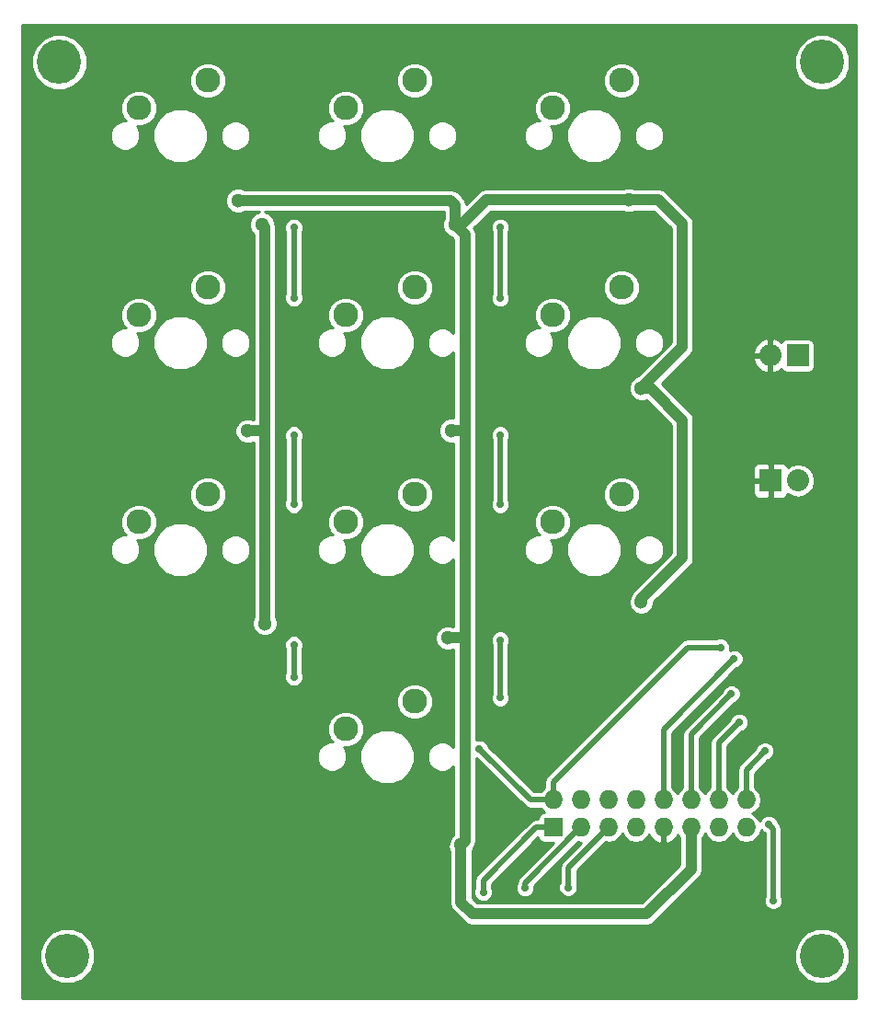
<source format=gbr>
G04 #@! TF.FileFunction,Copper,L2,Bot,Signal*
%FSLAX46Y46*%
G04 Gerber Fmt 4.6, Leading zero omitted, Abs format (unit mm)*
G04 Created by KiCad (PCBNEW 4.0.5-e0-6337~49~ubuntu16.04.1) date Thu Dec 29 17:38:52 2016*
%MOMM*%
%LPD*%
G01*
G04 APERTURE LIST*
%ADD10C,0.100000*%
%ADD11R,1.727200X1.727200*%
%ADD12O,1.727200X1.727200*%
%ADD13C,4.064000*%
%ADD14R,2.032000X2.032000*%
%ADD15O,2.032000X2.032000*%
%ADD16C,2.286000*%
%ADD17C,0.700000*%
%ADD18C,1.300000*%
%ADD19C,0.500000*%
%ADD20C,1.000000*%
%ADD21C,0.254000*%
G04 APERTURE END LIST*
D10*
D11*
X165180000Y-120540000D03*
D12*
X165180000Y-118000000D03*
X167720000Y-120540000D03*
X167720000Y-118000000D03*
X170260000Y-120540000D03*
X170260000Y-118000000D03*
X172800000Y-120540000D03*
X172800000Y-118000000D03*
X175340000Y-120540000D03*
X175340000Y-118000000D03*
X177880000Y-120540000D03*
X177880000Y-118000000D03*
X180420000Y-120540000D03*
X180420000Y-118000000D03*
X182960000Y-120540000D03*
X182960000Y-118000000D03*
D13*
X189950000Y-50100000D03*
X120450000Y-132350000D03*
X189950000Y-132350000D03*
X119700000Y-50100000D03*
D14*
X185200000Y-88600000D03*
D15*
X187740000Y-88600000D03*
D14*
X187700000Y-77100000D03*
D15*
X185160000Y-77100000D03*
D16*
X171470000Y-51790000D03*
X165120000Y-54330000D03*
X171470000Y-89890000D03*
X165120000Y-92430000D03*
X171470000Y-70840000D03*
X165120000Y-73380000D03*
X152420000Y-108940000D03*
X146070000Y-111480000D03*
X152420000Y-89890000D03*
X146070000Y-92430000D03*
X152420000Y-70840000D03*
X146070000Y-73380000D03*
X152420000Y-51790000D03*
X146070000Y-54330000D03*
X133370000Y-89890000D03*
X127020000Y-92430000D03*
X133370000Y-51790000D03*
X127020000Y-54330000D03*
X133370000Y-70840000D03*
X127020000Y-73380000D03*
D17*
X166550000Y-126050000D03*
X162600000Y-126100000D03*
X141300000Y-103700000D03*
X141300000Y-106700000D03*
X141300000Y-90800000D03*
X141300000Y-84400000D03*
X141300000Y-71800000D03*
X141300000Y-65300000D03*
X158750000Y-126500000D03*
X160300000Y-108600000D03*
X160300000Y-103300000D03*
X160300000Y-90800000D03*
X160300000Y-84400000D03*
X160300000Y-71800000D03*
X160300000Y-65300000D03*
X184700000Y-113500000D03*
X181600000Y-108250000D03*
X185050000Y-120250000D03*
X185450000Y-127250000D03*
D18*
X155800000Y-84000000D03*
X155450000Y-103100000D03*
X173300000Y-99800000D03*
X173300000Y-80100000D03*
X137050000Y-84050000D03*
X138650000Y-101750000D03*
X138400000Y-65050000D03*
X136200000Y-62850000D03*
X172150000Y-62800000D03*
X156150000Y-65050000D03*
X156700000Y-122150000D03*
D17*
X182300000Y-110850000D03*
X181850000Y-105000000D03*
X180600000Y-103950000D03*
X158400000Y-113300000D03*
D19*
X170260000Y-120540000D02*
X166600000Y-124200000D01*
X166600000Y-126000000D02*
X166550000Y-126050000D01*
X166600000Y-124200000D02*
X166600000Y-126000000D01*
X167720000Y-120540000D02*
X167710000Y-120540000D01*
X167710000Y-120540000D02*
X162600000Y-125650000D01*
X162600000Y-125650000D02*
X162600000Y-126100000D01*
X141300000Y-106700000D02*
X141300000Y-103700000D01*
X141300000Y-84400000D02*
X141300000Y-90800000D01*
X141300000Y-65300000D02*
X141300000Y-71800000D01*
X165180000Y-120540000D02*
X163610000Y-120540000D01*
X158750000Y-125400000D02*
X158750000Y-126500000D01*
X163610000Y-120540000D02*
X158750000Y-125400000D01*
X160300000Y-103300000D02*
X160300000Y-106500000D01*
X160300000Y-106500000D02*
X160300000Y-106800000D01*
X160300000Y-108600000D02*
X160300000Y-108105026D01*
X160300000Y-108105026D02*
X160300000Y-106500000D01*
X160300000Y-84400000D02*
X160300000Y-90800000D01*
X160300000Y-65300000D02*
X160300000Y-71800000D01*
X182960000Y-118000000D02*
X182960000Y-115240000D01*
X182960000Y-115240000D02*
X184700000Y-113500000D01*
X177880000Y-118000000D02*
X177880000Y-111970000D01*
X177880000Y-111970000D02*
X181600000Y-108250000D01*
X185050000Y-120250000D02*
X185450000Y-120650000D01*
X185450000Y-120650000D02*
X185450000Y-127250000D01*
D20*
X157050000Y-84000000D02*
X155800000Y-84000000D01*
X157050000Y-103100000D02*
X155450000Y-103100000D01*
X173300000Y-80100000D02*
X174150000Y-80100000D01*
X173300000Y-99500000D02*
X173300000Y-99800000D01*
X177100000Y-95700000D02*
X173300000Y-99500000D01*
X177100000Y-83050000D02*
X177100000Y-95700000D01*
X174150000Y-80100000D02*
X177100000Y-83050000D01*
X172150000Y-62800000D02*
X174900000Y-62800000D01*
X177100000Y-76300000D02*
X173300000Y-80100000D01*
X177100000Y-65000000D02*
X177100000Y-76300000D01*
X174900000Y-62800000D02*
X177100000Y-65000000D01*
X138650000Y-84000000D02*
X137100000Y-84000000D01*
X137100000Y-84000000D02*
X137050000Y-84050000D01*
X138650000Y-65300000D02*
X138650000Y-84000000D01*
X138650000Y-84000000D02*
X138650000Y-101750000D01*
X138400000Y-65050000D02*
X138650000Y-65300000D01*
X156150000Y-65050000D02*
X156150000Y-63250000D01*
X155750000Y-62850000D02*
X136200000Y-62850000D01*
X156150000Y-63250000D02*
X155750000Y-62850000D01*
X156150000Y-65050000D02*
X156750000Y-65050000D01*
X159000000Y-62800000D02*
X172150000Y-62800000D01*
X156750000Y-65050000D02*
X159000000Y-62800000D01*
X156700000Y-122150000D02*
X156700000Y-127450000D01*
X177880000Y-124420000D02*
X177880000Y-120540000D01*
X173800000Y-128500000D02*
X177880000Y-124420000D01*
X157750000Y-128500000D02*
X173800000Y-128500000D01*
X156700000Y-127450000D02*
X157750000Y-128500000D01*
X157050000Y-65950000D02*
X156150000Y-65050000D01*
X157050000Y-121800000D02*
X157050000Y-103100000D01*
X157050000Y-103100000D02*
X157050000Y-84000000D01*
X157050000Y-84000000D02*
X157050000Y-65950000D01*
X156700000Y-122150000D02*
X157050000Y-121800000D01*
D19*
X180420000Y-118000000D02*
X180420000Y-112730000D01*
X180420000Y-112730000D02*
X182300000Y-110850000D01*
X175340000Y-118000000D02*
X175340000Y-111510000D01*
X175340000Y-111510000D02*
X181850000Y-105000000D01*
X165180000Y-118000000D02*
X165180000Y-116320000D01*
X177550000Y-103950000D02*
X180600000Y-103950000D01*
X165180000Y-116320000D02*
X177550000Y-103950000D01*
X158400000Y-113300000D02*
X163100000Y-118000000D01*
X163100000Y-118000000D02*
X165180000Y-118000000D01*
D21*
G36*
X193098000Y-136248000D02*
X116302000Y-136248000D01*
X116302000Y-132856783D01*
X117890557Y-132856783D01*
X118279320Y-133797663D01*
X118998550Y-134518150D01*
X119938750Y-134908555D01*
X120956783Y-134909443D01*
X121897663Y-134520680D01*
X122618150Y-133801450D01*
X123008555Y-132861250D01*
X123008558Y-132856783D01*
X187390557Y-132856783D01*
X187779320Y-133797663D01*
X188498550Y-134518150D01*
X189438750Y-134908555D01*
X190456783Y-134909443D01*
X191397663Y-134520680D01*
X192118150Y-133801450D01*
X192508555Y-132861250D01*
X192509443Y-131843217D01*
X192120680Y-130902337D01*
X191401450Y-130181850D01*
X190461250Y-129791445D01*
X189443217Y-129790557D01*
X188502337Y-130179320D01*
X187781850Y-130898550D01*
X187391445Y-131838750D01*
X187390557Y-132856783D01*
X123008558Y-132856783D01*
X123009443Y-131843217D01*
X122620680Y-130902337D01*
X121901450Y-130181850D01*
X120961250Y-129791445D01*
X119943217Y-129790557D01*
X119002337Y-130179320D01*
X118281850Y-130898550D01*
X117891445Y-131838750D01*
X117890557Y-132856783D01*
X116302000Y-132856783D01*
X116302000Y-114292879D01*
X143421861Y-114292879D01*
X143631192Y-114799498D01*
X144018463Y-115187446D01*
X144524716Y-115397661D01*
X145072879Y-115398139D01*
X145579498Y-115188808D01*
X145967446Y-114801537D01*
X146084667Y-114519238D01*
X147358664Y-114519238D01*
X147741639Y-115446109D01*
X148450161Y-116155869D01*
X149376362Y-116540461D01*
X150379238Y-116541336D01*
X151306109Y-116158361D01*
X152015869Y-115449839D01*
X152400461Y-114523638D01*
X152401336Y-113520762D01*
X152018361Y-112593891D01*
X151309839Y-111884131D01*
X150383638Y-111499539D01*
X149380762Y-111498664D01*
X148453891Y-111881639D01*
X147744131Y-112590161D01*
X147359539Y-113516362D01*
X147358664Y-114519238D01*
X146084667Y-114519238D01*
X146177661Y-114295284D01*
X146178139Y-113747121D01*
X145968808Y-113240502D01*
X145878297Y-113149833D01*
X146400726Y-113150289D01*
X147014743Y-112896582D01*
X147484931Y-112427214D01*
X147739709Y-111813641D01*
X147740289Y-111149274D01*
X147486582Y-110535257D01*
X147017214Y-110065069D01*
X146403641Y-109810291D01*
X145739274Y-109809711D01*
X145125257Y-110063418D01*
X144655069Y-110532786D01*
X144400291Y-111146359D01*
X144399711Y-111810726D01*
X144653418Y-112424743D01*
X144870456Y-112642160D01*
X144527121Y-112641861D01*
X144020502Y-112851192D01*
X143632554Y-113238463D01*
X143422339Y-113744716D01*
X143421861Y-114292879D01*
X116302000Y-114292879D01*
X116302000Y-109270726D01*
X150749711Y-109270726D01*
X151003418Y-109884743D01*
X151472786Y-110354931D01*
X152086359Y-110609709D01*
X152750726Y-110610289D01*
X153364743Y-110356582D01*
X153834931Y-109887214D01*
X154089709Y-109273641D01*
X154090289Y-108609274D01*
X153836582Y-107995257D01*
X153367214Y-107525069D01*
X152753641Y-107270291D01*
X152089274Y-107269711D01*
X151475257Y-107523418D01*
X151005069Y-107992786D01*
X150750291Y-108606359D01*
X150749711Y-109270726D01*
X116302000Y-109270726D01*
X116302000Y-103873681D01*
X140422849Y-103873681D01*
X140523000Y-104116066D01*
X140523000Y-106284330D01*
X140423153Y-106524789D01*
X140422849Y-106873681D01*
X140556082Y-107196131D01*
X140802571Y-107443051D01*
X141124789Y-107576847D01*
X141473681Y-107577151D01*
X141796131Y-107443918D01*
X142043051Y-107197429D01*
X142176847Y-106875211D01*
X142177151Y-106526319D01*
X142077000Y-106283934D01*
X142077000Y-104115670D01*
X142176847Y-103875211D01*
X142177151Y-103526319D01*
X142043918Y-103203869D01*
X141797429Y-102956949D01*
X141475211Y-102823153D01*
X141126319Y-102822849D01*
X140803869Y-102956082D01*
X140556949Y-103202571D01*
X140423153Y-103524789D01*
X140422849Y-103873681D01*
X116302000Y-103873681D01*
X116302000Y-95242879D01*
X124371861Y-95242879D01*
X124581192Y-95749498D01*
X124968463Y-96137446D01*
X125474716Y-96347661D01*
X126022879Y-96348139D01*
X126529498Y-96138808D01*
X126917446Y-95751537D01*
X127034667Y-95469238D01*
X128308664Y-95469238D01*
X128691639Y-96396109D01*
X129400161Y-97105869D01*
X130326362Y-97490461D01*
X131329238Y-97491336D01*
X132256109Y-97108361D01*
X132965869Y-96399839D01*
X133350461Y-95473638D01*
X133350662Y-95242879D01*
X134531861Y-95242879D01*
X134741192Y-95749498D01*
X135128463Y-96137446D01*
X135634716Y-96347661D01*
X136182879Y-96348139D01*
X136689498Y-96138808D01*
X137077446Y-95751537D01*
X137287661Y-95245284D01*
X137288139Y-94697121D01*
X137078808Y-94190502D01*
X136691537Y-93802554D01*
X136185284Y-93592339D01*
X135637121Y-93591861D01*
X135130502Y-93801192D01*
X134742554Y-94188463D01*
X134532339Y-94694716D01*
X134531861Y-95242879D01*
X133350662Y-95242879D01*
X133351336Y-94470762D01*
X132968361Y-93543891D01*
X132259839Y-92834131D01*
X131333638Y-92449539D01*
X130330762Y-92448664D01*
X129403891Y-92831639D01*
X128694131Y-93540161D01*
X128309539Y-94466362D01*
X128308664Y-95469238D01*
X127034667Y-95469238D01*
X127127661Y-95245284D01*
X127128139Y-94697121D01*
X126918808Y-94190502D01*
X126828297Y-94099833D01*
X127350726Y-94100289D01*
X127964743Y-93846582D01*
X128434931Y-93377214D01*
X128689709Y-92763641D01*
X128690289Y-92099274D01*
X128436582Y-91485257D01*
X127967214Y-91015069D01*
X127353641Y-90760291D01*
X126689274Y-90759711D01*
X126075257Y-91013418D01*
X125605069Y-91482786D01*
X125350291Y-92096359D01*
X125349711Y-92760726D01*
X125603418Y-93374743D01*
X125820456Y-93592160D01*
X125477121Y-93591861D01*
X124970502Y-93801192D01*
X124582554Y-94188463D01*
X124372339Y-94694716D01*
X124371861Y-95242879D01*
X116302000Y-95242879D01*
X116302000Y-90220726D01*
X131699711Y-90220726D01*
X131953418Y-90834743D01*
X132422786Y-91304931D01*
X133036359Y-91559709D01*
X133700726Y-91560289D01*
X134314743Y-91306582D01*
X134784931Y-90837214D01*
X135039709Y-90223641D01*
X135040289Y-89559274D01*
X134786582Y-88945257D01*
X134317214Y-88475069D01*
X133703641Y-88220291D01*
X133039274Y-88219711D01*
X132425257Y-88473418D01*
X131955069Y-88942786D01*
X131700291Y-89556359D01*
X131699711Y-90220726D01*
X116302000Y-90220726D01*
X116302000Y-76192879D01*
X124371861Y-76192879D01*
X124581192Y-76699498D01*
X124968463Y-77087446D01*
X125474716Y-77297661D01*
X126022879Y-77298139D01*
X126529498Y-77088808D01*
X126917446Y-76701537D01*
X127034667Y-76419238D01*
X128308664Y-76419238D01*
X128691639Y-77346109D01*
X129400161Y-78055869D01*
X130326362Y-78440461D01*
X131329238Y-78441336D01*
X132256109Y-78058361D01*
X132965869Y-77349839D01*
X133350461Y-76423638D01*
X133350662Y-76192879D01*
X134531861Y-76192879D01*
X134741192Y-76699498D01*
X135128463Y-77087446D01*
X135634716Y-77297661D01*
X136182879Y-77298139D01*
X136689498Y-77088808D01*
X137077446Y-76701537D01*
X137287661Y-76195284D01*
X137288139Y-75647121D01*
X137078808Y-75140502D01*
X136691537Y-74752554D01*
X136185284Y-74542339D01*
X135637121Y-74541861D01*
X135130502Y-74751192D01*
X134742554Y-75138463D01*
X134532339Y-75644716D01*
X134531861Y-76192879D01*
X133350662Y-76192879D01*
X133351336Y-75420762D01*
X132968361Y-74493891D01*
X132259839Y-73784131D01*
X131333638Y-73399539D01*
X130330762Y-73398664D01*
X129403891Y-73781639D01*
X128694131Y-74490161D01*
X128309539Y-75416362D01*
X128308664Y-76419238D01*
X127034667Y-76419238D01*
X127127661Y-76195284D01*
X127128139Y-75647121D01*
X126918808Y-75140502D01*
X126828297Y-75049833D01*
X127350726Y-75050289D01*
X127964743Y-74796582D01*
X128434931Y-74327214D01*
X128689709Y-73713641D01*
X128690289Y-73049274D01*
X128436582Y-72435257D01*
X127967214Y-71965069D01*
X127353641Y-71710291D01*
X126689274Y-71709711D01*
X126075257Y-71963418D01*
X125605069Y-72432786D01*
X125350291Y-73046359D01*
X125349711Y-73710726D01*
X125603418Y-74324743D01*
X125820456Y-74542160D01*
X125477121Y-74541861D01*
X124970502Y-74751192D01*
X124582554Y-75138463D01*
X124372339Y-75644716D01*
X124371861Y-76192879D01*
X116302000Y-76192879D01*
X116302000Y-71170726D01*
X131699711Y-71170726D01*
X131953418Y-71784743D01*
X132422786Y-72254931D01*
X133036359Y-72509709D01*
X133700726Y-72510289D01*
X134314743Y-72256582D01*
X134784931Y-71787214D01*
X135039709Y-71173641D01*
X135040289Y-70509274D01*
X134786582Y-69895257D01*
X134317214Y-69425069D01*
X133703641Y-69170291D01*
X133039274Y-69169711D01*
X132425257Y-69423418D01*
X131955069Y-69892786D01*
X131700291Y-70506359D01*
X131699711Y-71170726D01*
X116302000Y-71170726D01*
X116302000Y-63083093D01*
X135022796Y-63083093D01*
X135201606Y-63515846D01*
X135532412Y-63847230D01*
X135964853Y-64026795D01*
X136433093Y-64027204D01*
X136796614Y-63877000D01*
X138156733Y-63877000D01*
X137734154Y-64051606D01*
X137402770Y-64382412D01*
X137223205Y-64814853D01*
X137222796Y-65283093D01*
X137401606Y-65715846D01*
X137623000Y-65937627D01*
X137623000Y-82973000D01*
X137525480Y-82973000D01*
X137285147Y-82873205D01*
X136816907Y-82872796D01*
X136384154Y-83051606D01*
X136052770Y-83382412D01*
X135873205Y-83814853D01*
X135872796Y-84283093D01*
X136051606Y-84715846D01*
X136382412Y-85047230D01*
X136814853Y-85226795D01*
X137283093Y-85227204D01*
X137623000Y-85086757D01*
X137623000Y-101154106D01*
X137473205Y-101514853D01*
X137472796Y-101983093D01*
X137651606Y-102415846D01*
X137982412Y-102747230D01*
X138414853Y-102926795D01*
X138883093Y-102927204D01*
X139315846Y-102748394D01*
X139647230Y-102417588D01*
X139826795Y-101985147D01*
X139827204Y-101516907D01*
X139677000Y-101153386D01*
X139677000Y-95242879D01*
X143421861Y-95242879D01*
X143631192Y-95749498D01*
X144018463Y-96137446D01*
X144524716Y-96347661D01*
X145072879Y-96348139D01*
X145579498Y-96138808D01*
X145967446Y-95751537D01*
X146084667Y-95469238D01*
X147358664Y-95469238D01*
X147741639Y-96396109D01*
X148450161Y-97105869D01*
X149376362Y-97490461D01*
X150379238Y-97491336D01*
X151306109Y-97108361D01*
X152015869Y-96399839D01*
X152400461Y-95473638D01*
X152401336Y-94470762D01*
X152018361Y-93543891D01*
X151309839Y-92834131D01*
X150383638Y-92449539D01*
X149380762Y-92448664D01*
X148453891Y-92831639D01*
X147744131Y-93540161D01*
X147359539Y-94466362D01*
X147358664Y-95469238D01*
X146084667Y-95469238D01*
X146177661Y-95245284D01*
X146178139Y-94697121D01*
X145968808Y-94190502D01*
X145878297Y-94099833D01*
X146400726Y-94100289D01*
X147014743Y-93846582D01*
X147484931Y-93377214D01*
X147739709Y-92763641D01*
X147740289Y-92099274D01*
X147486582Y-91485257D01*
X147017214Y-91015069D01*
X146403641Y-90760291D01*
X145739274Y-90759711D01*
X145125257Y-91013418D01*
X144655069Y-91482786D01*
X144400291Y-92096359D01*
X144399711Y-92760726D01*
X144653418Y-93374743D01*
X144870456Y-93592160D01*
X144527121Y-93591861D01*
X144020502Y-93801192D01*
X143632554Y-94188463D01*
X143422339Y-94694716D01*
X143421861Y-95242879D01*
X139677000Y-95242879D01*
X139677000Y-84573681D01*
X140422849Y-84573681D01*
X140523000Y-84816066D01*
X140523000Y-90384330D01*
X140423153Y-90624789D01*
X140422849Y-90973681D01*
X140556082Y-91296131D01*
X140802571Y-91543051D01*
X141124789Y-91676847D01*
X141473681Y-91677151D01*
X141796131Y-91543918D01*
X142043051Y-91297429D01*
X142176847Y-90975211D01*
X142177151Y-90626319D01*
X142077000Y-90383934D01*
X142077000Y-90220726D01*
X150749711Y-90220726D01*
X151003418Y-90834743D01*
X151472786Y-91304931D01*
X152086359Y-91559709D01*
X152750726Y-91560289D01*
X153364743Y-91306582D01*
X153834931Y-90837214D01*
X154089709Y-90223641D01*
X154090289Y-89559274D01*
X153836582Y-88945257D01*
X153367214Y-88475069D01*
X152753641Y-88220291D01*
X152089274Y-88219711D01*
X151475257Y-88473418D01*
X151005069Y-88942786D01*
X150750291Y-89556359D01*
X150749711Y-90220726D01*
X142077000Y-90220726D01*
X142077000Y-84815670D01*
X142176847Y-84575211D01*
X142177151Y-84226319D01*
X142043918Y-83903869D01*
X141797429Y-83656949D01*
X141475211Y-83523153D01*
X141126319Y-83522849D01*
X140803869Y-83656082D01*
X140556949Y-83902571D01*
X140423153Y-84224789D01*
X140422849Y-84573681D01*
X139677000Y-84573681D01*
X139677000Y-76192879D01*
X143421861Y-76192879D01*
X143631192Y-76699498D01*
X144018463Y-77087446D01*
X144524716Y-77297661D01*
X145072879Y-77298139D01*
X145579498Y-77088808D01*
X145967446Y-76701537D01*
X146084667Y-76419238D01*
X147358664Y-76419238D01*
X147741639Y-77346109D01*
X148450161Y-78055869D01*
X149376362Y-78440461D01*
X150379238Y-78441336D01*
X151306109Y-78058361D01*
X152015869Y-77349839D01*
X152400461Y-76423638D01*
X152401336Y-75420762D01*
X152018361Y-74493891D01*
X151309839Y-73784131D01*
X150383638Y-73399539D01*
X149380762Y-73398664D01*
X148453891Y-73781639D01*
X147744131Y-74490161D01*
X147359539Y-75416362D01*
X147358664Y-76419238D01*
X146084667Y-76419238D01*
X146177661Y-76195284D01*
X146178139Y-75647121D01*
X145968808Y-75140502D01*
X145878297Y-75049833D01*
X146400726Y-75050289D01*
X147014743Y-74796582D01*
X147484931Y-74327214D01*
X147739709Y-73713641D01*
X147740289Y-73049274D01*
X147486582Y-72435257D01*
X147017214Y-71965069D01*
X146403641Y-71710291D01*
X145739274Y-71709711D01*
X145125257Y-71963418D01*
X144655069Y-72432786D01*
X144400291Y-73046359D01*
X144399711Y-73710726D01*
X144653418Y-74324743D01*
X144870456Y-74542160D01*
X144527121Y-74541861D01*
X144020502Y-74751192D01*
X143632554Y-75138463D01*
X143422339Y-75644716D01*
X143421861Y-76192879D01*
X139677000Y-76192879D01*
X139677000Y-65473681D01*
X140422849Y-65473681D01*
X140523000Y-65716066D01*
X140523000Y-71384330D01*
X140423153Y-71624789D01*
X140422849Y-71973681D01*
X140556082Y-72296131D01*
X140802571Y-72543051D01*
X141124789Y-72676847D01*
X141473681Y-72677151D01*
X141796131Y-72543918D01*
X142043051Y-72297429D01*
X142176847Y-71975211D01*
X142177151Y-71626319D01*
X142077000Y-71383934D01*
X142077000Y-71170726D01*
X150749711Y-71170726D01*
X151003418Y-71784743D01*
X151472786Y-72254931D01*
X152086359Y-72509709D01*
X152750726Y-72510289D01*
X153364743Y-72256582D01*
X153834931Y-71787214D01*
X154089709Y-71173641D01*
X154090289Y-70509274D01*
X153836582Y-69895257D01*
X153367214Y-69425069D01*
X152753641Y-69170291D01*
X152089274Y-69169711D01*
X151475257Y-69423418D01*
X151005069Y-69892786D01*
X150750291Y-70506359D01*
X150749711Y-71170726D01*
X142077000Y-71170726D01*
X142077000Y-65715670D01*
X142176847Y-65475211D01*
X142177151Y-65126319D01*
X142043918Y-64803869D01*
X141797429Y-64556949D01*
X141475211Y-64423153D01*
X141126319Y-64422849D01*
X140803869Y-64556082D01*
X140556949Y-64802571D01*
X140423153Y-65124789D01*
X140422849Y-65473681D01*
X139677000Y-65473681D01*
X139677000Y-65300000D01*
X139598824Y-64906984D01*
X139577154Y-64874552D01*
X139577204Y-64816907D01*
X139398394Y-64384154D01*
X139067588Y-64052770D01*
X138644286Y-63877000D01*
X155123000Y-63877000D01*
X155123000Y-64454106D01*
X154973205Y-64814853D01*
X154972796Y-65283093D01*
X155151606Y-65715846D01*
X155482412Y-66047230D01*
X155845670Y-66198068D01*
X156023000Y-66375398D01*
X156023000Y-75034509D01*
X155741537Y-74752554D01*
X155235284Y-74542339D01*
X154687121Y-74541861D01*
X154180502Y-74751192D01*
X153792554Y-75138463D01*
X153582339Y-75644716D01*
X153581861Y-76192879D01*
X153791192Y-76699498D01*
X154178463Y-77087446D01*
X154684716Y-77297661D01*
X155232879Y-77298139D01*
X155739498Y-77088808D01*
X156023000Y-76805801D01*
X156023000Y-82823194D01*
X155566907Y-82822796D01*
X155134154Y-83001606D01*
X154802770Y-83332412D01*
X154623205Y-83764853D01*
X154622796Y-84233093D01*
X154801606Y-84665846D01*
X155132412Y-84997230D01*
X155564853Y-85176795D01*
X156023000Y-85177195D01*
X156023000Y-94084509D01*
X155741537Y-93802554D01*
X155235284Y-93592339D01*
X154687121Y-93591861D01*
X154180502Y-93801192D01*
X153792554Y-94188463D01*
X153582339Y-94694716D01*
X153581861Y-95242879D01*
X153791192Y-95749498D01*
X154178463Y-96137446D01*
X154684716Y-96347661D01*
X155232879Y-96348139D01*
X155739498Y-96138808D01*
X156023000Y-95855801D01*
X156023000Y-102063494D01*
X155685147Y-101923205D01*
X155216907Y-101922796D01*
X154784154Y-102101606D01*
X154452770Y-102432412D01*
X154273205Y-102864853D01*
X154272796Y-103333093D01*
X154451606Y-103765846D01*
X154782412Y-104097230D01*
X155214853Y-104276795D01*
X155683093Y-104277204D01*
X156023000Y-104136757D01*
X156023000Y-113134509D01*
X155741537Y-112852554D01*
X155235284Y-112642339D01*
X154687121Y-112641861D01*
X154180502Y-112851192D01*
X153792554Y-113238463D01*
X153582339Y-113744716D01*
X153581861Y-114292879D01*
X153791192Y-114799498D01*
X154178463Y-115187446D01*
X154684716Y-115397661D01*
X155232879Y-115398139D01*
X155739498Y-115188808D01*
X156023000Y-114905801D01*
X156023000Y-121162741D01*
X155702770Y-121482412D01*
X155523205Y-121914853D01*
X155522796Y-122383093D01*
X155673000Y-122746614D01*
X155673000Y-127450000D01*
X155751176Y-127843016D01*
X155973801Y-128176199D01*
X157023799Y-129226196D01*
X157023801Y-129226199D01*
X157356984Y-129448824D01*
X157750000Y-129527000D01*
X173800000Y-129527000D01*
X174193016Y-129448824D01*
X174526199Y-129226199D01*
X174526200Y-129226198D01*
X178606196Y-125146201D01*
X178606199Y-125146199D01*
X178828824Y-124813016D01*
X178907000Y-124420000D01*
X178907000Y-121498678D01*
X179150000Y-121135003D01*
X179409454Y-121523303D01*
X179860597Y-121824747D01*
X180392757Y-121930600D01*
X180447243Y-121930600D01*
X180979403Y-121824747D01*
X181430546Y-121523303D01*
X181690000Y-121135003D01*
X181949454Y-121523303D01*
X182400597Y-121824747D01*
X182932757Y-121930600D01*
X182987243Y-121930600D01*
X183519403Y-121824747D01*
X183970546Y-121523303D01*
X184271990Y-121072160D01*
X184331730Y-120771824D01*
X184552571Y-120993051D01*
X184673000Y-121043057D01*
X184673000Y-126834330D01*
X184573153Y-127074789D01*
X184572849Y-127423681D01*
X184706082Y-127746131D01*
X184952571Y-127993051D01*
X185274789Y-128126847D01*
X185623681Y-128127151D01*
X185946131Y-127993918D01*
X186193051Y-127747429D01*
X186326847Y-127425211D01*
X186327151Y-127076319D01*
X186227000Y-126833934D01*
X186227000Y-120650000D01*
X186167854Y-120352655D01*
X185999422Y-120100578D01*
X185893344Y-119994500D01*
X185793918Y-119753869D01*
X185547429Y-119506949D01*
X185225211Y-119373153D01*
X184876319Y-119372849D01*
X184553869Y-119506082D01*
X184306949Y-119752571D01*
X184228179Y-119942272D01*
X183970546Y-119556697D01*
X183541473Y-119270000D01*
X183970546Y-118983303D01*
X184271990Y-118532160D01*
X184377843Y-118000000D01*
X184271990Y-117467840D01*
X183970546Y-117016697D01*
X183737000Y-116860647D01*
X183737000Y-115561844D01*
X184955500Y-114343344D01*
X185196131Y-114243918D01*
X185443051Y-113997429D01*
X185576847Y-113675211D01*
X185577151Y-113326319D01*
X185443918Y-113003869D01*
X185197429Y-112756949D01*
X184875211Y-112623153D01*
X184526319Y-112622849D01*
X184203869Y-112756082D01*
X183956949Y-113002571D01*
X183856375Y-113244781D01*
X182410578Y-114690578D01*
X182242146Y-114942655D01*
X182183000Y-115240000D01*
X182183000Y-116860647D01*
X181949454Y-117016697D01*
X181690000Y-117404998D01*
X181430546Y-117016697D01*
X181197000Y-116860647D01*
X181197000Y-113051844D01*
X182555500Y-111693344D01*
X182796131Y-111593918D01*
X183043051Y-111347429D01*
X183176847Y-111025211D01*
X183177151Y-110676319D01*
X183043918Y-110353869D01*
X182797429Y-110106949D01*
X182475211Y-109973153D01*
X182126319Y-109972849D01*
X181803869Y-110106082D01*
X181556949Y-110352571D01*
X181456375Y-110594781D01*
X179870578Y-112180578D01*
X179702146Y-112432655D01*
X179643000Y-112730000D01*
X179643000Y-116860647D01*
X179409454Y-117016697D01*
X179150000Y-117404998D01*
X178890546Y-117016697D01*
X178657000Y-116860647D01*
X178657000Y-112291844D01*
X181855500Y-109093344D01*
X182096131Y-108993918D01*
X182343051Y-108747429D01*
X182476847Y-108425211D01*
X182477151Y-108076319D01*
X182343918Y-107753869D01*
X182097429Y-107506949D01*
X181775211Y-107373153D01*
X181426319Y-107372849D01*
X181103869Y-107506082D01*
X180856949Y-107752571D01*
X180756375Y-107994781D01*
X177330578Y-111420578D01*
X177162146Y-111672655D01*
X177103000Y-111970000D01*
X177103000Y-116860647D01*
X176869454Y-117016697D01*
X176610000Y-117404998D01*
X176350546Y-117016697D01*
X176117000Y-116860647D01*
X176117000Y-111831844D01*
X182105500Y-105843344D01*
X182346131Y-105743918D01*
X182593051Y-105497429D01*
X182726847Y-105175211D01*
X182727151Y-104826319D01*
X182593918Y-104503869D01*
X182347429Y-104256949D01*
X182025211Y-104123153D01*
X181676319Y-104122849D01*
X181436720Y-104221849D01*
X181476847Y-104125211D01*
X181477151Y-103776319D01*
X181343918Y-103453869D01*
X181097429Y-103206949D01*
X180775211Y-103073153D01*
X180426319Y-103072849D01*
X180183934Y-103173000D01*
X177550000Y-103173000D01*
X177252655Y-103232146D01*
X177000578Y-103400578D01*
X164630578Y-115770578D01*
X164462146Y-116022655D01*
X164403000Y-116320000D01*
X164403000Y-116860647D01*
X164169454Y-117016697D01*
X164031607Y-117223000D01*
X163421844Y-117223000D01*
X159243344Y-113044500D01*
X159143918Y-112803869D01*
X158897429Y-112556949D01*
X158575211Y-112423153D01*
X158226319Y-112422849D01*
X158077000Y-112484546D01*
X158077000Y-103473681D01*
X159422849Y-103473681D01*
X159523000Y-103716066D01*
X159523000Y-108184330D01*
X159423153Y-108424789D01*
X159422849Y-108773681D01*
X159556082Y-109096131D01*
X159802571Y-109343051D01*
X160124789Y-109476847D01*
X160473681Y-109477151D01*
X160796131Y-109343918D01*
X161043051Y-109097429D01*
X161176847Y-108775211D01*
X161177151Y-108426319D01*
X161077000Y-108183934D01*
X161077000Y-103715670D01*
X161176847Y-103475211D01*
X161177151Y-103126319D01*
X161043918Y-102803869D01*
X160797429Y-102556949D01*
X160475211Y-102423153D01*
X160126319Y-102422849D01*
X159803869Y-102556082D01*
X159556949Y-102802571D01*
X159423153Y-103124789D01*
X159422849Y-103473681D01*
X158077000Y-103473681D01*
X158077000Y-95242879D01*
X162471861Y-95242879D01*
X162681192Y-95749498D01*
X163068463Y-96137446D01*
X163574716Y-96347661D01*
X164122879Y-96348139D01*
X164629498Y-96138808D01*
X165017446Y-95751537D01*
X165134667Y-95469238D01*
X166408664Y-95469238D01*
X166791639Y-96396109D01*
X167500161Y-97105869D01*
X168426362Y-97490461D01*
X169429238Y-97491336D01*
X170356109Y-97108361D01*
X171065869Y-96399839D01*
X171450461Y-95473638D01*
X171450662Y-95242879D01*
X172631861Y-95242879D01*
X172841192Y-95749498D01*
X173228463Y-96137446D01*
X173734716Y-96347661D01*
X174282879Y-96348139D01*
X174789498Y-96138808D01*
X175177446Y-95751537D01*
X175387661Y-95245284D01*
X175388139Y-94697121D01*
X175178808Y-94190502D01*
X174791537Y-93802554D01*
X174285284Y-93592339D01*
X173737121Y-93591861D01*
X173230502Y-93801192D01*
X172842554Y-94188463D01*
X172632339Y-94694716D01*
X172631861Y-95242879D01*
X171450662Y-95242879D01*
X171451336Y-94470762D01*
X171068361Y-93543891D01*
X170359839Y-92834131D01*
X169433638Y-92449539D01*
X168430762Y-92448664D01*
X167503891Y-92831639D01*
X166794131Y-93540161D01*
X166409539Y-94466362D01*
X166408664Y-95469238D01*
X165134667Y-95469238D01*
X165227661Y-95245284D01*
X165228139Y-94697121D01*
X165018808Y-94190502D01*
X164928297Y-94099833D01*
X165450726Y-94100289D01*
X166064743Y-93846582D01*
X166534931Y-93377214D01*
X166789709Y-92763641D01*
X166790289Y-92099274D01*
X166536582Y-91485257D01*
X166067214Y-91015069D01*
X165453641Y-90760291D01*
X164789274Y-90759711D01*
X164175257Y-91013418D01*
X163705069Y-91482786D01*
X163450291Y-92096359D01*
X163449711Y-92760726D01*
X163703418Y-93374743D01*
X163920456Y-93592160D01*
X163577121Y-93591861D01*
X163070502Y-93801192D01*
X162682554Y-94188463D01*
X162472339Y-94694716D01*
X162471861Y-95242879D01*
X158077000Y-95242879D01*
X158077000Y-84573681D01*
X159422849Y-84573681D01*
X159523000Y-84816066D01*
X159523000Y-90384330D01*
X159423153Y-90624789D01*
X159422849Y-90973681D01*
X159556082Y-91296131D01*
X159802571Y-91543051D01*
X160124789Y-91676847D01*
X160473681Y-91677151D01*
X160796131Y-91543918D01*
X161043051Y-91297429D01*
X161176847Y-90975211D01*
X161177151Y-90626319D01*
X161077000Y-90383934D01*
X161077000Y-90220726D01*
X169799711Y-90220726D01*
X170053418Y-90834743D01*
X170522786Y-91304931D01*
X171136359Y-91559709D01*
X171800726Y-91560289D01*
X172414743Y-91306582D01*
X172884931Y-90837214D01*
X173139709Y-90223641D01*
X173140289Y-89559274D01*
X172886582Y-88945257D01*
X172417214Y-88475069D01*
X171803641Y-88220291D01*
X171139274Y-88219711D01*
X170525257Y-88473418D01*
X170055069Y-88942786D01*
X169800291Y-89556359D01*
X169799711Y-90220726D01*
X161077000Y-90220726D01*
X161077000Y-84815670D01*
X161176847Y-84575211D01*
X161177151Y-84226319D01*
X161043918Y-83903869D01*
X160797429Y-83656949D01*
X160475211Y-83523153D01*
X160126319Y-83522849D01*
X159803869Y-83656082D01*
X159556949Y-83902571D01*
X159423153Y-84224789D01*
X159422849Y-84573681D01*
X158077000Y-84573681D01*
X158077000Y-76192879D01*
X162471861Y-76192879D01*
X162681192Y-76699498D01*
X163068463Y-77087446D01*
X163574716Y-77297661D01*
X164122879Y-77298139D01*
X164629498Y-77088808D01*
X165017446Y-76701537D01*
X165134667Y-76419238D01*
X166408664Y-76419238D01*
X166791639Y-77346109D01*
X167500161Y-78055869D01*
X168426362Y-78440461D01*
X169429238Y-78441336D01*
X170356109Y-78058361D01*
X171065869Y-77349839D01*
X171450461Y-76423638D01*
X171450662Y-76192879D01*
X172631861Y-76192879D01*
X172841192Y-76699498D01*
X173228463Y-77087446D01*
X173734716Y-77297661D01*
X174282879Y-77298139D01*
X174789498Y-77088808D01*
X175177446Y-76701537D01*
X175387661Y-76195284D01*
X175388139Y-75647121D01*
X175178808Y-75140502D01*
X174791537Y-74752554D01*
X174285284Y-74542339D01*
X173737121Y-74541861D01*
X173230502Y-74751192D01*
X172842554Y-75138463D01*
X172632339Y-75644716D01*
X172631861Y-76192879D01*
X171450662Y-76192879D01*
X171451336Y-75420762D01*
X171068361Y-74493891D01*
X170359839Y-73784131D01*
X169433638Y-73399539D01*
X168430762Y-73398664D01*
X167503891Y-73781639D01*
X166794131Y-74490161D01*
X166409539Y-75416362D01*
X166408664Y-76419238D01*
X165134667Y-76419238D01*
X165227661Y-76195284D01*
X165228139Y-75647121D01*
X165018808Y-75140502D01*
X164928297Y-75049833D01*
X165450726Y-75050289D01*
X166064743Y-74796582D01*
X166534931Y-74327214D01*
X166789709Y-73713641D01*
X166790289Y-73049274D01*
X166536582Y-72435257D01*
X166067214Y-71965069D01*
X165453641Y-71710291D01*
X164789274Y-71709711D01*
X164175257Y-71963418D01*
X163705069Y-72432786D01*
X163450291Y-73046359D01*
X163449711Y-73710726D01*
X163703418Y-74324743D01*
X163920456Y-74542160D01*
X163577121Y-74541861D01*
X163070502Y-74751192D01*
X162682554Y-75138463D01*
X162472339Y-75644716D01*
X162471861Y-76192879D01*
X158077000Y-76192879D01*
X158077000Y-65950000D01*
X157998824Y-65556984D01*
X157943163Y-65473681D01*
X159422849Y-65473681D01*
X159523000Y-65716066D01*
X159523000Y-71384330D01*
X159423153Y-71624789D01*
X159422849Y-71973681D01*
X159556082Y-72296131D01*
X159802571Y-72543051D01*
X160124789Y-72676847D01*
X160473681Y-72677151D01*
X160796131Y-72543918D01*
X161043051Y-72297429D01*
X161176847Y-71975211D01*
X161177151Y-71626319D01*
X161077000Y-71383934D01*
X161077000Y-71170726D01*
X169799711Y-71170726D01*
X170053418Y-71784743D01*
X170522786Y-72254931D01*
X171136359Y-72509709D01*
X171800726Y-72510289D01*
X172414743Y-72256582D01*
X172884931Y-71787214D01*
X173139709Y-71173641D01*
X173140289Y-70509274D01*
X172886582Y-69895257D01*
X172417214Y-69425069D01*
X171803641Y-69170291D01*
X171139274Y-69169711D01*
X170525257Y-69423418D01*
X170055069Y-69892786D01*
X169800291Y-70506359D01*
X169799711Y-71170726D01*
X161077000Y-71170726D01*
X161077000Y-65715670D01*
X161176847Y-65475211D01*
X161177151Y-65126319D01*
X161043918Y-64803869D01*
X160797429Y-64556949D01*
X160475211Y-64423153D01*
X160126319Y-64422849D01*
X159803869Y-64556082D01*
X159556949Y-64802571D01*
X159423153Y-65124789D01*
X159422849Y-65473681D01*
X157943163Y-65473681D01*
X157877295Y-65375103D01*
X159425397Y-63827000D01*
X171554106Y-63827000D01*
X171914853Y-63976795D01*
X172383093Y-63977204D01*
X172746614Y-63827000D01*
X174474602Y-63827000D01*
X176073000Y-65425398D01*
X176073000Y-75874603D01*
X172995161Y-78952441D01*
X172634154Y-79101606D01*
X172302770Y-79432412D01*
X172123205Y-79864853D01*
X172122796Y-80333093D01*
X172301606Y-80765846D01*
X172632412Y-81097230D01*
X173064853Y-81276795D01*
X173533093Y-81277204D01*
X173774895Y-81177293D01*
X176073000Y-83475398D01*
X176073000Y-95274603D01*
X172573801Y-98773801D01*
X172397114Y-99038232D01*
X172302770Y-99132412D01*
X172123205Y-99564853D01*
X172122796Y-100033093D01*
X172301606Y-100465846D01*
X172632412Y-100797230D01*
X173064853Y-100976795D01*
X173533093Y-100977204D01*
X173965846Y-100798394D01*
X174297230Y-100467588D01*
X174476795Y-100035147D01*
X174477022Y-99775376D01*
X177826196Y-96426201D01*
X177826199Y-96426199D01*
X178048824Y-96093016D01*
X178116749Y-95751537D01*
X178127001Y-95700000D01*
X178127000Y-95699995D01*
X178127000Y-88885750D01*
X183549000Y-88885750D01*
X183549000Y-89742309D01*
X183645673Y-89975698D01*
X183824301Y-90154327D01*
X184057690Y-90251000D01*
X184914250Y-90251000D01*
X185073000Y-90092250D01*
X185073000Y-88727000D01*
X183707750Y-88727000D01*
X183549000Y-88885750D01*
X178127000Y-88885750D01*
X178127000Y-87457691D01*
X183549000Y-87457691D01*
X183549000Y-88314250D01*
X183707750Y-88473000D01*
X185073000Y-88473000D01*
X185073000Y-87107750D01*
X185327000Y-87107750D01*
X185327000Y-88473000D01*
X185347000Y-88473000D01*
X185347000Y-88727000D01*
X185327000Y-88727000D01*
X185327000Y-90092250D01*
X185485750Y-90251000D01*
X186342310Y-90251000D01*
X186575699Y-90154327D01*
X186754327Y-89975698D01*
X186814015Y-89831599D01*
X187149519Y-90055775D01*
X187740000Y-90173229D01*
X188330481Y-90055775D01*
X188831066Y-89721295D01*
X189165546Y-89220710D01*
X189283000Y-88630229D01*
X189283000Y-88569771D01*
X189165546Y-87979290D01*
X188831066Y-87478705D01*
X188330481Y-87144225D01*
X187740000Y-87026771D01*
X187149519Y-87144225D01*
X186814015Y-87368401D01*
X186754327Y-87224302D01*
X186575699Y-87045673D01*
X186342310Y-86949000D01*
X185485750Y-86949000D01*
X185327000Y-87107750D01*
X185073000Y-87107750D01*
X184914250Y-86949000D01*
X184057690Y-86949000D01*
X183824301Y-87045673D01*
X183645673Y-87224302D01*
X183549000Y-87457691D01*
X178127000Y-87457691D01*
X178127000Y-83050000D01*
X178048824Y-82656984D01*
X177826199Y-82323801D01*
X175177398Y-79675000D01*
X177369451Y-77482946D01*
X183554017Y-77482946D01*
X183822812Y-78068379D01*
X184295182Y-78506385D01*
X184777056Y-78705975D01*
X185033000Y-78586836D01*
X185033000Y-77227000D01*
X183672633Y-77227000D01*
X183554017Y-77482946D01*
X177369451Y-77482946D01*
X177826196Y-77026201D01*
X177826199Y-77026199D01*
X178032762Y-76717054D01*
X183554017Y-76717054D01*
X183672633Y-76973000D01*
X185033000Y-76973000D01*
X185033000Y-75613164D01*
X185287000Y-75613164D01*
X185287000Y-76973000D01*
X185307000Y-76973000D01*
X185307000Y-77227000D01*
X185287000Y-77227000D01*
X185287000Y-78586836D01*
X185542944Y-78705975D01*
X186024818Y-78506385D01*
X186202777Y-78341372D01*
X186298842Y-78490660D01*
X186474951Y-78610990D01*
X186684000Y-78653324D01*
X188716000Y-78653324D01*
X188911294Y-78616577D01*
X189090660Y-78501158D01*
X189210990Y-78325049D01*
X189253324Y-78116000D01*
X189253324Y-76084000D01*
X189216577Y-75888706D01*
X189101158Y-75709340D01*
X188925049Y-75589010D01*
X188716000Y-75546676D01*
X186684000Y-75546676D01*
X186488706Y-75583423D01*
X186309340Y-75698842D01*
X186201177Y-75857144D01*
X186024818Y-75693615D01*
X185542944Y-75494025D01*
X185287000Y-75613164D01*
X185033000Y-75613164D01*
X184777056Y-75494025D01*
X184295182Y-75693615D01*
X183822812Y-76131621D01*
X183554017Y-76717054D01*
X178032762Y-76717054D01*
X178048824Y-76693016D01*
X178102407Y-76423638D01*
X178127001Y-76300000D01*
X178127000Y-76299995D01*
X178127000Y-65000005D01*
X178127001Y-65000000D01*
X178048824Y-64606985D01*
X178048824Y-64606984D01*
X177826199Y-64273801D01*
X175626199Y-62073801D01*
X175293016Y-61851176D01*
X174900000Y-61773000D01*
X172745894Y-61773000D01*
X172385147Y-61623205D01*
X171916907Y-61622796D01*
X171553386Y-61773000D01*
X159000005Y-61773000D01*
X159000000Y-61772999D01*
X158606985Y-61851175D01*
X158606983Y-61851176D01*
X158606984Y-61851176D01*
X158273801Y-62073801D01*
X158273799Y-62073804D01*
X157163827Y-63183775D01*
X157098824Y-62856984D01*
X156876199Y-62523801D01*
X156876196Y-62523799D01*
X156476199Y-62123801D01*
X156143016Y-61901176D01*
X155750000Y-61823000D01*
X136795894Y-61823000D01*
X136435147Y-61673205D01*
X135966907Y-61672796D01*
X135534154Y-61851606D01*
X135202770Y-62182412D01*
X135023205Y-62614853D01*
X135022796Y-63083093D01*
X116302000Y-63083093D01*
X116302000Y-57142879D01*
X124371861Y-57142879D01*
X124581192Y-57649498D01*
X124968463Y-58037446D01*
X125474716Y-58247661D01*
X126022879Y-58248139D01*
X126529498Y-58038808D01*
X126917446Y-57651537D01*
X127034667Y-57369238D01*
X128308664Y-57369238D01*
X128691639Y-58296109D01*
X129400161Y-59005869D01*
X130326362Y-59390461D01*
X131329238Y-59391336D01*
X132256109Y-59008361D01*
X132965869Y-58299839D01*
X133350461Y-57373638D01*
X133350662Y-57142879D01*
X134531861Y-57142879D01*
X134741192Y-57649498D01*
X135128463Y-58037446D01*
X135634716Y-58247661D01*
X136182879Y-58248139D01*
X136689498Y-58038808D01*
X137077446Y-57651537D01*
X137287661Y-57145284D01*
X137287663Y-57142879D01*
X143421861Y-57142879D01*
X143631192Y-57649498D01*
X144018463Y-58037446D01*
X144524716Y-58247661D01*
X145072879Y-58248139D01*
X145579498Y-58038808D01*
X145967446Y-57651537D01*
X146084667Y-57369238D01*
X147358664Y-57369238D01*
X147741639Y-58296109D01*
X148450161Y-59005869D01*
X149376362Y-59390461D01*
X150379238Y-59391336D01*
X151306109Y-59008361D01*
X152015869Y-58299839D01*
X152400461Y-57373638D01*
X152400662Y-57142879D01*
X153581861Y-57142879D01*
X153791192Y-57649498D01*
X154178463Y-58037446D01*
X154684716Y-58247661D01*
X155232879Y-58248139D01*
X155739498Y-58038808D01*
X156127446Y-57651537D01*
X156337661Y-57145284D01*
X156337663Y-57142879D01*
X162471861Y-57142879D01*
X162681192Y-57649498D01*
X163068463Y-58037446D01*
X163574716Y-58247661D01*
X164122879Y-58248139D01*
X164629498Y-58038808D01*
X165017446Y-57651537D01*
X165134667Y-57369238D01*
X166408664Y-57369238D01*
X166791639Y-58296109D01*
X167500161Y-59005869D01*
X168426362Y-59390461D01*
X169429238Y-59391336D01*
X170356109Y-59008361D01*
X171065869Y-58299839D01*
X171450461Y-57373638D01*
X171450662Y-57142879D01*
X172631861Y-57142879D01*
X172841192Y-57649498D01*
X173228463Y-58037446D01*
X173734716Y-58247661D01*
X174282879Y-58248139D01*
X174789498Y-58038808D01*
X175177446Y-57651537D01*
X175387661Y-57145284D01*
X175388139Y-56597121D01*
X175178808Y-56090502D01*
X174791537Y-55702554D01*
X174285284Y-55492339D01*
X173737121Y-55491861D01*
X173230502Y-55701192D01*
X172842554Y-56088463D01*
X172632339Y-56594716D01*
X172631861Y-57142879D01*
X171450662Y-57142879D01*
X171451336Y-56370762D01*
X171068361Y-55443891D01*
X170359839Y-54734131D01*
X169433638Y-54349539D01*
X168430762Y-54348664D01*
X167503891Y-54731639D01*
X166794131Y-55440161D01*
X166409539Y-56366362D01*
X166408664Y-57369238D01*
X165134667Y-57369238D01*
X165227661Y-57145284D01*
X165228139Y-56597121D01*
X165018808Y-56090502D01*
X164928297Y-55999833D01*
X165450726Y-56000289D01*
X166064743Y-55746582D01*
X166534931Y-55277214D01*
X166789709Y-54663641D01*
X166790289Y-53999274D01*
X166536582Y-53385257D01*
X166067214Y-52915069D01*
X165453641Y-52660291D01*
X164789274Y-52659711D01*
X164175257Y-52913418D01*
X163705069Y-53382786D01*
X163450291Y-53996359D01*
X163449711Y-54660726D01*
X163703418Y-55274743D01*
X163920456Y-55492160D01*
X163577121Y-55491861D01*
X163070502Y-55701192D01*
X162682554Y-56088463D01*
X162472339Y-56594716D01*
X162471861Y-57142879D01*
X156337663Y-57142879D01*
X156338139Y-56597121D01*
X156128808Y-56090502D01*
X155741537Y-55702554D01*
X155235284Y-55492339D01*
X154687121Y-55491861D01*
X154180502Y-55701192D01*
X153792554Y-56088463D01*
X153582339Y-56594716D01*
X153581861Y-57142879D01*
X152400662Y-57142879D01*
X152401336Y-56370762D01*
X152018361Y-55443891D01*
X151309839Y-54734131D01*
X150383638Y-54349539D01*
X149380762Y-54348664D01*
X148453891Y-54731639D01*
X147744131Y-55440161D01*
X147359539Y-56366362D01*
X147358664Y-57369238D01*
X146084667Y-57369238D01*
X146177661Y-57145284D01*
X146178139Y-56597121D01*
X145968808Y-56090502D01*
X145878297Y-55999833D01*
X146400726Y-56000289D01*
X147014743Y-55746582D01*
X147484931Y-55277214D01*
X147739709Y-54663641D01*
X147740289Y-53999274D01*
X147486582Y-53385257D01*
X147017214Y-52915069D01*
X146403641Y-52660291D01*
X145739274Y-52659711D01*
X145125257Y-52913418D01*
X144655069Y-53382786D01*
X144400291Y-53996359D01*
X144399711Y-54660726D01*
X144653418Y-55274743D01*
X144870456Y-55492160D01*
X144527121Y-55491861D01*
X144020502Y-55701192D01*
X143632554Y-56088463D01*
X143422339Y-56594716D01*
X143421861Y-57142879D01*
X137287663Y-57142879D01*
X137288139Y-56597121D01*
X137078808Y-56090502D01*
X136691537Y-55702554D01*
X136185284Y-55492339D01*
X135637121Y-55491861D01*
X135130502Y-55701192D01*
X134742554Y-56088463D01*
X134532339Y-56594716D01*
X134531861Y-57142879D01*
X133350662Y-57142879D01*
X133351336Y-56370762D01*
X132968361Y-55443891D01*
X132259839Y-54734131D01*
X131333638Y-54349539D01*
X130330762Y-54348664D01*
X129403891Y-54731639D01*
X128694131Y-55440161D01*
X128309539Y-56366362D01*
X128308664Y-57369238D01*
X127034667Y-57369238D01*
X127127661Y-57145284D01*
X127128139Y-56597121D01*
X126918808Y-56090502D01*
X126828297Y-55999833D01*
X127350726Y-56000289D01*
X127964743Y-55746582D01*
X128434931Y-55277214D01*
X128689709Y-54663641D01*
X128690289Y-53999274D01*
X128436582Y-53385257D01*
X127967214Y-52915069D01*
X127353641Y-52660291D01*
X126689274Y-52659711D01*
X126075257Y-52913418D01*
X125605069Y-53382786D01*
X125350291Y-53996359D01*
X125349711Y-54660726D01*
X125603418Y-55274743D01*
X125820456Y-55492160D01*
X125477121Y-55491861D01*
X124970502Y-55701192D01*
X124582554Y-56088463D01*
X124372339Y-56594716D01*
X124371861Y-57142879D01*
X116302000Y-57142879D01*
X116302000Y-50606783D01*
X117140557Y-50606783D01*
X117529320Y-51547663D01*
X118248550Y-52268150D01*
X119188750Y-52658555D01*
X120206783Y-52659443D01*
X121147663Y-52270680D01*
X121297879Y-52120726D01*
X131699711Y-52120726D01*
X131953418Y-52734743D01*
X132422786Y-53204931D01*
X133036359Y-53459709D01*
X133700726Y-53460289D01*
X134314743Y-53206582D01*
X134784931Y-52737214D01*
X135039709Y-52123641D01*
X135039711Y-52120726D01*
X150749711Y-52120726D01*
X151003418Y-52734743D01*
X151472786Y-53204931D01*
X152086359Y-53459709D01*
X152750726Y-53460289D01*
X153364743Y-53206582D01*
X153834931Y-52737214D01*
X154089709Y-52123641D01*
X154089711Y-52120726D01*
X169799711Y-52120726D01*
X170053418Y-52734743D01*
X170522786Y-53204931D01*
X171136359Y-53459709D01*
X171800726Y-53460289D01*
X172414743Y-53206582D01*
X172884931Y-52737214D01*
X173139709Y-52123641D01*
X173140289Y-51459274D01*
X172886582Y-50845257D01*
X172648524Y-50606783D01*
X187390557Y-50606783D01*
X187779320Y-51547663D01*
X188498550Y-52268150D01*
X189438750Y-52658555D01*
X190456783Y-52659443D01*
X191397663Y-52270680D01*
X192118150Y-51551450D01*
X192508555Y-50611250D01*
X192509443Y-49593217D01*
X192120680Y-48652337D01*
X191401450Y-47931850D01*
X190461250Y-47541445D01*
X189443217Y-47540557D01*
X188502337Y-47929320D01*
X187781850Y-48648550D01*
X187391445Y-49588750D01*
X187390557Y-50606783D01*
X172648524Y-50606783D01*
X172417214Y-50375069D01*
X171803641Y-50120291D01*
X171139274Y-50119711D01*
X170525257Y-50373418D01*
X170055069Y-50842786D01*
X169800291Y-51456359D01*
X169799711Y-52120726D01*
X154089711Y-52120726D01*
X154090289Y-51459274D01*
X153836582Y-50845257D01*
X153367214Y-50375069D01*
X152753641Y-50120291D01*
X152089274Y-50119711D01*
X151475257Y-50373418D01*
X151005069Y-50842786D01*
X150750291Y-51456359D01*
X150749711Y-52120726D01*
X135039711Y-52120726D01*
X135040289Y-51459274D01*
X134786582Y-50845257D01*
X134317214Y-50375069D01*
X133703641Y-50120291D01*
X133039274Y-50119711D01*
X132425257Y-50373418D01*
X131955069Y-50842786D01*
X131700291Y-51456359D01*
X131699711Y-52120726D01*
X121297879Y-52120726D01*
X121868150Y-51551450D01*
X122258555Y-50611250D01*
X122259443Y-49593217D01*
X121870680Y-48652337D01*
X121151450Y-47931850D01*
X120211250Y-47541445D01*
X119193217Y-47540557D01*
X118252337Y-47929320D01*
X117531850Y-48648550D01*
X117141445Y-49588750D01*
X117140557Y-50606783D01*
X116302000Y-50606783D01*
X116302000Y-46702000D01*
X193098000Y-46702000D01*
X193098000Y-136248000D01*
X193098000Y-136248000D01*
G37*
X193098000Y-136248000D02*
X116302000Y-136248000D01*
X116302000Y-132856783D01*
X117890557Y-132856783D01*
X118279320Y-133797663D01*
X118998550Y-134518150D01*
X119938750Y-134908555D01*
X120956783Y-134909443D01*
X121897663Y-134520680D01*
X122618150Y-133801450D01*
X123008555Y-132861250D01*
X123008558Y-132856783D01*
X187390557Y-132856783D01*
X187779320Y-133797663D01*
X188498550Y-134518150D01*
X189438750Y-134908555D01*
X190456783Y-134909443D01*
X191397663Y-134520680D01*
X192118150Y-133801450D01*
X192508555Y-132861250D01*
X192509443Y-131843217D01*
X192120680Y-130902337D01*
X191401450Y-130181850D01*
X190461250Y-129791445D01*
X189443217Y-129790557D01*
X188502337Y-130179320D01*
X187781850Y-130898550D01*
X187391445Y-131838750D01*
X187390557Y-132856783D01*
X123008558Y-132856783D01*
X123009443Y-131843217D01*
X122620680Y-130902337D01*
X121901450Y-130181850D01*
X120961250Y-129791445D01*
X119943217Y-129790557D01*
X119002337Y-130179320D01*
X118281850Y-130898550D01*
X117891445Y-131838750D01*
X117890557Y-132856783D01*
X116302000Y-132856783D01*
X116302000Y-114292879D01*
X143421861Y-114292879D01*
X143631192Y-114799498D01*
X144018463Y-115187446D01*
X144524716Y-115397661D01*
X145072879Y-115398139D01*
X145579498Y-115188808D01*
X145967446Y-114801537D01*
X146084667Y-114519238D01*
X147358664Y-114519238D01*
X147741639Y-115446109D01*
X148450161Y-116155869D01*
X149376362Y-116540461D01*
X150379238Y-116541336D01*
X151306109Y-116158361D01*
X152015869Y-115449839D01*
X152400461Y-114523638D01*
X152401336Y-113520762D01*
X152018361Y-112593891D01*
X151309839Y-111884131D01*
X150383638Y-111499539D01*
X149380762Y-111498664D01*
X148453891Y-111881639D01*
X147744131Y-112590161D01*
X147359539Y-113516362D01*
X147358664Y-114519238D01*
X146084667Y-114519238D01*
X146177661Y-114295284D01*
X146178139Y-113747121D01*
X145968808Y-113240502D01*
X145878297Y-113149833D01*
X146400726Y-113150289D01*
X147014743Y-112896582D01*
X147484931Y-112427214D01*
X147739709Y-111813641D01*
X147740289Y-111149274D01*
X147486582Y-110535257D01*
X147017214Y-110065069D01*
X146403641Y-109810291D01*
X145739274Y-109809711D01*
X145125257Y-110063418D01*
X144655069Y-110532786D01*
X144400291Y-111146359D01*
X144399711Y-111810726D01*
X144653418Y-112424743D01*
X144870456Y-112642160D01*
X144527121Y-112641861D01*
X144020502Y-112851192D01*
X143632554Y-113238463D01*
X143422339Y-113744716D01*
X143421861Y-114292879D01*
X116302000Y-114292879D01*
X116302000Y-109270726D01*
X150749711Y-109270726D01*
X151003418Y-109884743D01*
X151472786Y-110354931D01*
X152086359Y-110609709D01*
X152750726Y-110610289D01*
X153364743Y-110356582D01*
X153834931Y-109887214D01*
X154089709Y-109273641D01*
X154090289Y-108609274D01*
X153836582Y-107995257D01*
X153367214Y-107525069D01*
X152753641Y-107270291D01*
X152089274Y-107269711D01*
X151475257Y-107523418D01*
X151005069Y-107992786D01*
X150750291Y-108606359D01*
X150749711Y-109270726D01*
X116302000Y-109270726D01*
X116302000Y-103873681D01*
X140422849Y-103873681D01*
X140523000Y-104116066D01*
X140523000Y-106284330D01*
X140423153Y-106524789D01*
X140422849Y-106873681D01*
X140556082Y-107196131D01*
X140802571Y-107443051D01*
X141124789Y-107576847D01*
X141473681Y-107577151D01*
X141796131Y-107443918D01*
X142043051Y-107197429D01*
X142176847Y-106875211D01*
X142177151Y-106526319D01*
X142077000Y-106283934D01*
X142077000Y-104115670D01*
X142176847Y-103875211D01*
X142177151Y-103526319D01*
X142043918Y-103203869D01*
X141797429Y-102956949D01*
X141475211Y-102823153D01*
X141126319Y-102822849D01*
X140803869Y-102956082D01*
X140556949Y-103202571D01*
X140423153Y-103524789D01*
X140422849Y-103873681D01*
X116302000Y-103873681D01*
X116302000Y-95242879D01*
X124371861Y-95242879D01*
X124581192Y-95749498D01*
X124968463Y-96137446D01*
X125474716Y-96347661D01*
X126022879Y-96348139D01*
X126529498Y-96138808D01*
X126917446Y-95751537D01*
X127034667Y-95469238D01*
X128308664Y-95469238D01*
X128691639Y-96396109D01*
X129400161Y-97105869D01*
X130326362Y-97490461D01*
X131329238Y-97491336D01*
X132256109Y-97108361D01*
X132965869Y-96399839D01*
X133350461Y-95473638D01*
X133350662Y-95242879D01*
X134531861Y-95242879D01*
X134741192Y-95749498D01*
X135128463Y-96137446D01*
X135634716Y-96347661D01*
X136182879Y-96348139D01*
X136689498Y-96138808D01*
X137077446Y-95751537D01*
X137287661Y-95245284D01*
X137288139Y-94697121D01*
X137078808Y-94190502D01*
X136691537Y-93802554D01*
X136185284Y-93592339D01*
X135637121Y-93591861D01*
X135130502Y-93801192D01*
X134742554Y-94188463D01*
X134532339Y-94694716D01*
X134531861Y-95242879D01*
X133350662Y-95242879D01*
X133351336Y-94470762D01*
X132968361Y-93543891D01*
X132259839Y-92834131D01*
X131333638Y-92449539D01*
X130330762Y-92448664D01*
X129403891Y-92831639D01*
X128694131Y-93540161D01*
X128309539Y-94466362D01*
X128308664Y-95469238D01*
X127034667Y-95469238D01*
X127127661Y-95245284D01*
X127128139Y-94697121D01*
X126918808Y-94190502D01*
X126828297Y-94099833D01*
X127350726Y-94100289D01*
X127964743Y-93846582D01*
X128434931Y-93377214D01*
X128689709Y-92763641D01*
X128690289Y-92099274D01*
X128436582Y-91485257D01*
X127967214Y-91015069D01*
X127353641Y-90760291D01*
X126689274Y-90759711D01*
X126075257Y-91013418D01*
X125605069Y-91482786D01*
X125350291Y-92096359D01*
X125349711Y-92760726D01*
X125603418Y-93374743D01*
X125820456Y-93592160D01*
X125477121Y-93591861D01*
X124970502Y-93801192D01*
X124582554Y-94188463D01*
X124372339Y-94694716D01*
X124371861Y-95242879D01*
X116302000Y-95242879D01*
X116302000Y-90220726D01*
X131699711Y-90220726D01*
X131953418Y-90834743D01*
X132422786Y-91304931D01*
X133036359Y-91559709D01*
X133700726Y-91560289D01*
X134314743Y-91306582D01*
X134784931Y-90837214D01*
X135039709Y-90223641D01*
X135040289Y-89559274D01*
X134786582Y-88945257D01*
X134317214Y-88475069D01*
X133703641Y-88220291D01*
X133039274Y-88219711D01*
X132425257Y-88473418D01*
X131955069Y-88942786D01*
X131700291Y-89556359D01*
X131699711Y-90220726D01*
X116302000Y-90220726D01*
X116302000Y-76192879D01*
X124371861Y-76192879D01*
X124581192Y-76699498D01*
X124968463Y-77087446D01*
X125474716Y-77297661D01*
X126022879Y-77298139D01*
X126529498Y-77088808D01*
X126917446Y-76701537D01*
X127034667Y-76419238D01*
X128308664Y-76419238D01*
X128691639Y-77346109D01*
X129400161Y-78055869D01*
X130326362Y-78440461D01*
X131329238Y-78441336D01*
X132256109Y-78058361D01*
X132965869Y-77349839D01*
X133350461Y-76423638D01*
X133350662Y-76192879D01*
X134531861Y-76192879D01*
X134741192Y-76699498D01*
X135128463Y-77087446D01*
X135634716Y-77297661D01*
X136182879Y-77298139D01*
X136689498Y-77088808D01*
X137077446Y-76701537D01*
X137287661Y-76195284D01*
X137288139Y-75647121D01*
X137078808Y-75140502D01*
X136691537Y-74752554D01*
X136185284Y-74542339D01*
X135637121Y-74541861D01*
X135130502Y-74751192D01*
X134742554Y-75138463D01*
X134532339Y-75644716D01*
X134531861Y-76192879D01*
X133350662Y-76192879D01*
X133351336Y-75420762D01*
X132968361Y-74493891D01*
X132259839Y-73784131D01*
X131333638Y-73399539D01*
X130330762Y-73398664D01*
X129403891Y-73781639D01*
X128694131Y-74490161D01*
X128309539Y-75416362D01*
X128308664Y-76419238D01*
X127034667Y-76419238D01*
X127127661Y-76195284D01*
X127128139Y-75647121D01*
X126918808Y-75140502D01*
X126828297Y-75049833D01*
X127350726Y-75050289D01*
X127964743Y-74796582D01*
X128434931Y-74327214D01*
X128689709Y-73713641D01*
X128690289Y-73049274D01*
X128436582Y-72435257D01*
X127967214Y-71965069D01*
X127353641Y-71710291D01*
X126689274Y-71709711D01*
X126075257Y-71963418D01*
X125605069Y-72432786D01*
X125350291Y-73046359D01*
X125349711Y-73710726D01*
X125603418Y-74324743D01*
X125820456Y-74542160D01*
X125477121Y-74541861D01*
X124970502Y-74751192D01*
X124582554Y-75138463D01*
X124372339Y-75644716D01*
X124371861Y-76192879D01*
X116302000Y-76192879D01*
X116302000Y-71170726D01*
X131699711Y-71170726D01*
X131953418Y-71784743D01*
X132422786Y-72254931D01*
X133036359Y-72509709D01*
X133700726Y-72510289D01*
X134314743Y-72256582D01*
X134784931Y-71787214D01*
X135039709Y-71173641D01*
X135040289Y-70509274D01*
X134786582Y-69895257D01*
X134317214Y-69425069D01*
X133703641Y-69170291D01*
X133039274Y-69169711D01*
X132425257Y-69423418D01*
X131955069Y-69892786D01*
X131700291Y-70506359D01*
X131699711Y-71170726D01*
X116302000Y-71170726D01*
X116302000Y-63083093D01*
X135022796Y-63083093D01*
X135201606Y-63515846D01*
X135532412Y-63847230D01*
X135964853Y-64026795D01*
X136433093Y-64027204D01*
X136796614Y-63877000D01*
X138156733Y-63877000D01*
X137734154Y-64051606D01*
X137402770Y-64382412D01*
X137223205Y-64814853D01*
X137222796Y-65283093D01*
X137401606Y-65715846D01*
X137623000Y-65937627D01*
X137623000Y-82973000D01*
X137525480Y-82973000D01*
X137285147Y-82873205D01*
X136816907Y-82872796D01*
X136384154Y-83051606D01*
X136052770Y-83382412D01*
X135873205Y-83814853D01*
X135872796Y-84283093D01*
X136051606Y-84715846D01*
X136382412Y-85047230D01*
X136814853Y-85226795D01*
X137283093Y-85227204D01*
X137623000Y-85086757D01*
X137623000Y-101154106D01*
X137473205Y-101514853D01*
X137472796Y-101983093D01*
X137651606Y-102415846D01*
X137982412Y-102747230D01*
X138414853Y-102926795D01*
X138883093Y-102927204D01*
X139315846Y-102748394D01*
X139647230Y-102417588D01*
X139826795Y-101985147D01*
X139827204Y-101516907D01*
X139677000Y-101153386D01*
X139677000Y-95242879D01*
X143421861Y-95242879D01*
X143631192Y-95749498D01*
X144018463Y-96137446D01*
X144524716Y-96347661D01*
X145072879Y-96348139D01*
X145579498Y-96138808D01*
X145967446Y-95751537D01*
X146084667Y-95469238D01*
X147358664Y-95469238D01*
X147741639Y-96396109D01*
X148450161Y-97105869D01*
X149376362Y-97490461D01*
X150379238Y-97491336D01*
X151306109Y-97108361D01*
X152015869Y-96399839D01*
X152400461Y-95473638D01*
X152401336Y-94470762D01*
X152018361Y-93543891D01*
X151309839Y-92834131D01*
X150383638Y-92449539D01*
X149380762Y-92448664D01*
X148453891Y-92831639D01*
X147744131Y-93540161D01*
X147359539Y-94466362D01*
X147358664Y-95469238D01*
X146084667Y-95469238D01*
X146177661Y-95245284D01*
X146178139Y-94697121D01*
X145968808Y-94190502D01*
X145878297Y-94099833D01*
X146400726Y-94100289D01*
X147014743Y-93846582D01*
X147484931Y-93377214D01*
X147739709Y-92763641D01*
X147740289Y-92099274D01*
X147486582Y-91485257D01*
X147017214Y-91015069D01*
X146403641Y-90760291D01*
X145739274Y-90759711D01*
X145125257Y-91013418D01*
X144655069Y-91482786D01*
X144400291Y-92096359D01*
X144399711Y-92760726D01*
X144653418Y-93374743D01*
X144870456Y-93592160D01*
X144527121Y-93591861D01*
X144020502Y-93801192D01*
X143632554Y-94188463D01*
X143422339Y-94694716D01*
X143421861Y-95242879D01*
X139677000Y-95242879D01*
X139677000Y-84573681D01*
X140422849Y-84573681D01*
X140523000Y-84816066D01*
X140523000Y-90384330D01*
X140423153Y-90624789D01*
X140422849Y-90973681D01*
X140556082Y-91296131D01*
X140802571Y-91543051D01*
X141124789Y-91676847D01*
X141473681Y-91677151D01*
X141796131Y-91543918D01*
X142043051Y-91297429D01*
X142176847Y-90975211D01*
X142177151Y-90626319D01*
X142077000Y-90383934D01*
X142077000Y-90220726D01*
X150749711Y-90220726D01*
X151003418Y-90834743D01*
X151472786Y-91304931D01*
X152086359Y-91559709D01*
X152750726Y-91560289D01*
X153364743Y-91306582D01*
X153834931Y-90837214D01*
X154089709Y-90223641D01*
X154090289Y-89559274D01*
X153836582Y-88945257D01*
X153367214Y-88475069D01*
X152753641Y-88220291D01*
X152089274Y-88219711D01*
X151475257Y-88473418D01*
X151005069Y-88942786D01*
X150750291Y-89556359D01*
X150749711Y-90220726D01*
X142077000Y-90220726D01*
X142077000Y-84815670D01*
X142176847Y-84575211D01*
X142177151Y-84226319D01*
X142043918Y-83903869D01*
X141797429Y-83656949D01*
X141475211Y-83523153D01*
X141126319Y-83522849D01*
X140803869Y-83656082D01*
X140556949Y-83902571D01*
X140423153Y-84224789D01*
X140422849Y-84573681D01*
X139677000Y-84573681D01*
X139677000Y-76192879D01*
X143421861Y-76192879D01*
X143631192Y-76699498D01*
X144018463Y-77087446D01*
X144524716Y-77297661D01*
X145072879Y-77298139D01*
X145579498Y-77088808D01*
X145967446Y-76701537D01*
X146084667Y-76419238D01*
X147358664Y-76419238D01*
X147741639Y-77346109D01*
X148450161Y-78055869D01*
X149376362Y-78440461D01*
X150379238Y-78441336D01*
X151306109Y-78058361D01*
X152015869Y-77349839D01*
X152400461Y-76423638D01*
X152401336Y-75420762D01*
X152018361Y-74493891D01*
X151309839Y-73784131D01*
X150383638Y-73399539D01*
X149380762Y-73398664D01*
X148453891Y-73781639D01*
X147744131Y-74490161D01*
X147359539Y-75416362D01*
X147358664Y-76419238D01*
X146084667Y-76419238D01*
X146177661Y-76195284D01*
X146178139Y-75647121D01*
X145968808Y-75140502D01*
X145878297Y-75049833D01*
X146400726Y-75050289D01*
X147014743Y-74796582D01*
X147484931Y-74327214D01*
X147739709Y-73713641D01*
X147740289Y-73049274D01*
X147486582Y-72435257D01*
X147017214Y-71965069D01*
X146403641Y-71710291D01*
X145739274Y-71709711D01*
X145125257Y-71963418D01*
X144655069Y-72432786D01*
X144400291Y-73046359D01*
X144399711Y-73710726D01*
X144653418Y-74324743D01*
X144870456Y-74542160D01*
X144527121Y-74541861D01*
X144020502Y-74751192D01*
X143632554Y-75138463D01*
X143422339Y-75644716D01*
X143421861Y-76192879D01*
X139677000Y-76192879D01*
X139677000Y-65473681D01*
X140422849Y-65473681D01*
X140523000Y-65716066D01*
X140523000Y-71384330D01*
X140423153Y-71624789D01*
X140422849Y-71973681D01*
X140556082Y-72296131D01*
X140802571Y-72543051D01*
X141124789Y-72676847D01*
X141473681Y-72677151D01*
X141796131Y-72543918D01*
X142043051Y-72297429D01*
X142176847Y-71975211D01*
X142177151Y-71626319D01*
X142077000Y-71383934D01*
X142077000Y-71170726D01*
X150749711Y-71170726D01*
X151003418Y-71784743D01*
X151472786Y-72254931D01*
X152086359Y-72509709D01*
X152750726Y-72510289D01*
X153364743Y-72256582D01*
X153834931Y-71787214D01*
X154089709Y-71173641D01*
X154090289Y-70509274D01*
X153836582Y-69895257D01*
X153367214Y-69425069D01*
X152753641Y-69170291D01*
X152089274Y-69169711D01*
X151475257Y-69423418D01*
X151005069Y-69892786D01*
X150750291Y-70506359D01*
X150749711Y-71170726D01*
X142077000Y-71170726D01*
X142077000Y-65715670D01*
X142176847Y-65475211D01*
X142177151Y-65126319D01*
X142043918Y-64803869D01*
X141797429Y-64556949D01*
X141475211Y-64423153D01*
X141126319Y-64422849D01*
X140803869Y-64556082D01*
X140556949Y-64802571D01*
X140423153Y-65124789D01*
X140422849Y-65473681D01*
X139677000Y-65473681D01*
X139677000Y-65300000D01*
X139598824Y-64906984D01*
X139577154Y-64874552D01*
X139577204Y-64816907D01*
X139398394Y-64384154D01*
X139067588Y-64052770D01*
X138644286Y-63877000D01*
X155123000Y-63877000D01*
X155123000Y-64454106D01*
X154973205Y-64814853D01*
X154972796Y-65283093D01*
X155151606Y-65715846D01*
X155482412Y-66047230D01*
X155845670Y-66198068D01*
X156023000Y-66375398D01*
X156023000Y-75034509D01*
X155741537Y-74752554D01*
X155235284Y-74542339D01*
X154687121Y-74541861D01*
X154180502Y-74751192D01*
X153792554Y-75138463D01*
X153582339Y-75644716D01*
X153581861Y-76192879D01*
X153791192Y-76699498D01*
X154178463Y-77087446D01*
X154684716Y-77297661D01*
X155232879Y-77298139D01*
X155739498Y-77088808D01*
X156023000Y-76805801D01*
X156023000Y-82823194D01*
X155566907Y-82822796D01*
X155134154Y-83001606D01*
X154802770Y-83332412D01*
X154623205Y-83764853D01*
X154622796Y-84233093D01*
X154801606Y-84665846D01*
X155132412Y-84997230D01*
X155564853Y-85176795D01*
X156023000Y-85177195D01*
X156023000Y-94084509D01*
X155741537Y-93802554D01*
X155235284Y-93592339D01*
X154687121Y-93591861D01*
X154180502Y-93801192D01*
X153792554Y-94188463D01*
X153582339Y-94694716D01*
X153581861Y-95242879D01*
X153791192Y-95749498D01*
X154178463Y-96137446D01*
X154684716Y-96347661D01*
X155232879Y-96348139D01*
X155739498Y-96138808D01*
X156023000Y-95855801D01*
X156023000Y-102063494D01*
X155685147Y-101923205D01*
X155216907Y-101922796D01*
X154784154Y-102101606D01*
X154452770Y-102432412D01*
X154273205Y-102864853D01*
X154272796Y-103333093D01*
X154451606Y-103765846D01*
X154782412Y-104097230D01*
X155214853Y-104276795D01*
X155683093Y-104277204D01*
X156023000Y-104136757D01*
X156023000Y-113134509D01*
X155741537Y-112852554D01*
X155235284Y-112642339D01*
X154687121Y-112641861D01*
X154180502Y-112851192D01*
X153792554Y-113238463D01*
X153582339Y-113744716D01*
X153581861Y-114292879D01*
X153791192Y-114799498D01*
X154178463Y-115187446D01*
X154684716Y-115397661D01*
X155232879Y-115398139D01*
X155739498Y-115188808D01*
X156023000Y-114905801D01*
X156023000Y-121162741D01*
X155702770Y-121482412D01*
X155523205Y-121914853D01*
X155522796Y-122383093D01*
X155673000Y-122746614D01*
X155673000Y-127450000D01*
X155751176Y-127843016D01*
X155973801Y-128176199D01*
X157023799Y-129226196D01*
X157023801Y-129226199D01*
X157356984Y-129448824D01*
X157750000Y-129527000D01*
X173800000Y-129527000D01*
X174193016Y-129448824D01*
X174526199Y-129226199D01*
X174526200Y-129226198D01*
X178606196Y-125146201D01*
X178606199Y-125146199D01*
X178828824Y-124813016D01*
X178907000Y-124420000D01*
X178907000Y-121498678D01*
X179150000Y-121135003D01*
X179409454Y-121523303D01*
X179860597Y-121824747D01*
X180392757Y-121930600D01*
X180447243Y-121930600D01*
X180979403Y-121824747D01*
X181430546Y-121523303D01*
X181690000Y-121135003D01*
X181949454Y-121523303D01*
X182400597Y-121824747D01*
X182932757Y-121930600D01*
X182987243Y-121930600D01*
X183519403Y-121824747D01*
X183970546Y-121523303D01*
X184271990Y-121072160D01*
X184331730Y-120771824D01*
X184552571Y-120993051D01*
X184673000Y-121043057D01*
X184673000Y-126834330D01*
X184573153Y-127074789D01*
X184572849Y-127423681D01*
X184706082Y-127746131D01*
X184952571Y-127993051D01*
X185274789Y-128126847D01*
X185623681Y-128127151D01*
X185946131Y-127993918D01*
X186193051Y-127747429D01*
X186326847Y-127425211D01*
X186327151Y-127076319D01*
X186227000Y-126833934D01*
X186227000Y-120650000D01*
X186167854Y-120352655D01*
X185999422Y-120100578D01*
X185893344Y-119994500D01*
X185793918Y-119753869D01*
X185547429Y-119506949D01*
X185225211Y-119373153D01*
X184876319Y-119372849D01*
X184553869Y-119506082D01*
X184306949Y-119752571D01*
X184228179Y-119942272D01*
X183970546Y-119556697D01*
X183541473Y-119270000D01*
X183970546Y-118983303D01*
X184271990Y-118532160D01*
X184377843Y-118000000D01*
X184271990Y-117467840D01*
X183970546Y-117016697D01*
X183737000Y-116860647D01*
X183737000Y-115561844D01*
X184955500Y-114343344D01*
X185196131Y-114243918D01*
X185443051Y-113997429D01*
X185576847Y-113675211D01*
X185577151Y-113326319D01*
X185443918Y-113003869D01*
X185197429Y-112756949D01*
X184875211Y-112623153D01*
X184526319Y-112622849D01*
X184203869Y-112756082D01*
X183956949Y-113002571D01*
X183856375Y-113244781D01*
X182410578Y-114690578D01*
X182242146Y-114942655D01*
X182183000Y-115240000D01*
X182183000Y-116860647D01*
X181949454Y-117016697D01*
X181690000Y-117404998D01*
X181430546Y-117016697D01*
X181197000Y-116860647D01*
X181197000Y-113051844D01*
X182555500Y-111693344D01*
X182796131Y-111593918D01*
X183043051Y-111347429D01*
X183176847Y-111025211D01*
X183177151Y-110676319D01*
X183043918Y-110353869D01*
X182797429Y-110106949D01*
X182475211Y-109973153D01*
X182126319Y-109972849D01*
X181803869Y-110106082D01*
X181556949Y-110352571D01*
X181456375Y-110594781D01*
X179870578Y-112180578D01*
X179702146Y-112432655D01*
X179643000Y-112730000D01*
X179643000Y-116860647D01*
X179409454Y-117016697D01*
X179150000Y-117404998D01*
X178890546Y-117016697D01*
X178657000Y-116860647D01*
X178657000Y-112291844D01*
X181855500Y-109093344D01*
X182096131Y-108993918D01*
X182343051Y-108747429D01*
X182476847Y-108425211D01*
X182477151Y-108076319D01*
X182343918Y-107753869D01*
X182097429Y-107506949D01*
X181775211Y-107373153D01*
X181426319Y-107372849D01*
X181103869Y-107506082D01*
X180856949Y-107752571D01*
X180756375Y-107994781D01*
X177330578Y-111420578D01*
X177162146Y-111672655D01*
X177103000Y-111970000D01*
X177103000Y-116860647D01*
X176869454Y-117016697D01*
X176610000Y-117404998D01*
X176350546Y-117016697D01*
X176117000Y-116860647D01*
X176117000Y-111831844D01*
X182105500Y-105843344D01*
X182346131Y-105743918D01*
X182593051Y-105497429D01*
X182726847Y-105175211D01*
X182727151Y-104826319D01*
X182593918Y-104503869D01*
X182347429Y-104256949D01*
X182025211Y-104123153D01*
X181676319Y-104122849D01*
X181436720Y-104221849D01*
X181476847Y-104125211D01*
X181477151Y-103776319D01*
X181343918Y-103453869D01*
X181097429Y-103206949D01*
X180775211Y-103073153D01*
X180426319Y-103072849D01*
X180183934Y-103173000D01*
X177550000Y-103173000D01*
X177252655Y-103232146D01*
X177000578Y-103400578D01*
X164630578Y-115770578D01*
X164462146Y-116022655D01*
X164403000Y-116320000D01*
X164403000Y-116860647D01*
X164169454Y-117016697D01*
X164031607Y-117223000D01*
X163421844Y-117223000D01*
X159243344Y-113044500D01*
X159143918Y-112803869D01*
X158897429Y-112556949D01*
X158575211Y-112423153D01*
X158226319Y-112422849D01*
X158077000Y-112484546D01*
X158077000Y-103473681D01*
X159422849Y-103473681D01*
X159523000Y-103716066D01*
X159523000Y-108184330D01*
X159423153Y-108424789D01*
X159422849Y-108773681D01*
X159556082Y-109096131D01*
X159802571Y-109343051D01*
X160124789Y-109476847D01*
X160473681Y-109477151D01*
X160796131Y-109343918D01*
X161043051Y-109097429D01*
X161176847Y-108775211D01*
X161177151Y-108426319D01*
X161077000Y-108183934D01*
X161077000Y-103715670D01*
X161176847Y-103475211D01*
X161177151Y-103126319D01*
X161043918Y-102803869D01*
X160797429Y-102556949D01*
X160475211Y-102423153D01*
X160126319Y-102422849D01*
X159803869Y-102556082D01*
X159556949Y-102802571D01*
X159423153Y-103124789D01*
X159422849Y-103473681D01*
X158077000Y-103473681D01*
X158077000Y-95242879D01*
X162471861Y-95242879D01*
X162681192Y-95749498D01*
X163068463Y-96137446D01*
X163574716Y-96347661D01*
X164122879Y-96348139D01*
X164629498Y-96138808D01*
X165017446Y-95751537D01*
X165134667Y-95469238D01*
X166408664Y-95469238D01*
X166791639Y-96396109D01*
X167500161Y-97105869D01*
X168426362Y-97490461D01*
X169429238Y-97491336D01*
X170356109Y-97108361D01*
X171065869Y-96399839D01*
X171450461Y-95473638D01*
X171450662Y-95242879D01*
X172631861Y-95242879D01*
X172841192Y-95749498D01*
X173228463Y-96137446D01*
X173734716Y-96347661D01*
X174282879Y-96348139D01*
X174789498Y-96138808D01*
X175177446Y-95751537D01*
X175387661Y-95245284D01*
X175388139Y-94697121D01*
X175178808Y-94190502D01*
X174791537Y-93802554D01*
X174285284Y-93592339D01*
X173737121Y-93591861D01*
X173230502Y-93801192D01*
X172842554Y-94188463D01*
X172632339Y-94694716D01*
X172631861Y-95242879D01*
X171450662Y-95242879D01*
X171451336Y-94470762D01*
X171068361Y-93543891D01*
X170359839Y-92834131D01*
X169433638Y-92449539D01*
X168430762Y-92448664D01*
X167503891Y-92831639D01*
X166794131Y-93540161D01*
X166409539Y-94466362D01*
X166408664Y-95469238D01*
X165134667Y-95469238D01*
X165227661Y-95245284D01*
X165228139Y-94697121D01*
X165018808Y-94190502D01*
X164928297Y-94099833D01*
X165450726Y-94100289D01*
X166064743Y-93846582D01*
X166534931Y-93377214D01*
X166789709Y-92763641D01*
X166790289Y-92099274D01*
X166536582Y-91485257D01*
X166067214Y-91015069D01*
X165453641Y-90760291D01*
X164789274Y-90759711D01*
X164175257Y-91013418D01*
X163705069Y-91482786D01*
X163450291Y-92096359D01*
X163449711Y-92760726D01*
X163703418Y-93374743D01*
X163920456Y-93592160D01*
X163577121Y-93591861D01*
X163070502Y-93801192D01*
X162682554Y-94188463D01*
X162472339Y-94694716D01*
X162471861Y-95242879D01*
X158077000Y-95242879D01*
X158077000Y-84573681D01*
X159422849Y-84573681D01*
X159523000Y-84816066D01*
X159523000Y-90384330D01*
X159423153Y-90624789D01*
X159422849Y-90973681D01*
X159556082Y-91296131D01*
X159802571Y-91543051D01*
X160124789Y-91676847D01*
X160473681Y-91677151D01*
X160796131Y-91543918D01*
X161043051Y-91297429D01*
X161176847Y-90975211D01*
X161177151Y-90626319D01*
X161077000Y-90383934D01*
X161077000Y-90220726D01*
X169799711Y-90220726D01*
X170053418Y-90834743D01*
X170522786Y-91304931D01*
X171136359Y-91559709D01*
X171800726Y-91560289D01*
X172414743Y-91306582D01*
X172884931Y-90837214D01*
X173139709Y-90223641D01*
X173140289Y-89559274D01*
X172886582Y-88945257D01*
X172417214Y-88475069D01*
X171803641Y-88220291D01*
X171139274Y-88219711D01*
X170525257Y-88473418D01*
X170055069Y-88942786D01*
X169800291Y-89556359D01*
X169799711Y-90220726D01*
X161077000Y-90220726D01*
X161077000Y-84815670D01*
X161176847Y-84575211D01*
X161177151Y-84226319D01*
X161043918Y-83903869D01*
X160797429Y-83656949D01*
X160475211Y-83523153D01*
X160126319Y-83522849D01*
X159803869Y-83656082D01*
X159556949Y-83902571D01*
X159423153Y-84224789D01*
X159422849Y-84573681D01*
X158077000Y-84573681D01*
X158077000Y-76192879D01*
X162471861Y-76192879D01*
X162681192Y-76699498D01*
X163068463Y-77087446D01*
X163574716Y-77297661D01*
X164122879Y-77298139D01*
X164629498Y-77088808D01*
X165017446Y-76701537D01*
X165134667Y-76419238D01*
X166408664Y-76419238D01*
X166791639Y-77346109D01*
X167500161Y-78055869D01*
X168426362Y-78440461D01*
X169429238Y-78441336D01*
X170356109Y-78058361D01*
X171065869Y-77349839D01*
X171450461Y-76423638D01*
X171450662Y-76192879D01*
X172631861Y-76192879D01*
X172841192Y-76699498D01*
X173228463Y-77087446D01*
X173734716Y-77297661D01*
X174282879Y-77298139D01*
X174789498Y-77088808D01*
X175177446Y-76701537D01*
X175387661Y-76195284D01*
X175388139Y-75647121D01*
X175178808Y-75140502D01*
X174791537Y-74752554D01*
X174285284Y-74542339D01*
X173737121Y-74541861D01*
X173230502Y-74751192D01*
X172842554Y-75138463D01*
X172632339Y-75644716D01*
X172631861Y-76192879D01*
X171450662Y-76192879D01*
X171451336Y-75420762D01*
X171068361Y-74493891D01*
X170359839Y-73784131D01*
X169433638Y-73399539D01*
X168430762Y-73398664D01*
X167503891Y-73781639D01*
X166794131Y-74490161D01*
X166409539Y-75416362D01*
X166408664Y-76419238D01*
X165134667Y-76419238D01*
X165227661Y-76195284D01*
X165228139Y-75647121D01*
X165018808Y-75140502D01*
X164928297Y-75049833D01*
X165450726Y-75050289D01*
X166064743Y-74796582D01*
X166534931Y-74327214D01*
X166789709Y-73713641D01*
X166790289Y-73049274D01*
X166536582Y-72435257D01*
X166067214Y-71965069D01*
X165453641Y-71710291D01*
X164789274Y-71709711D01*
X164175257Y-71963418D01*
X163705069Y-72432786D01*
X163450291Y-73046359D01*
X163449711Y-73710726D01*
X163703418Y-74324743D01*
X163920456Y-74542160D01*
X163577121Y-74541861D01*
X163070502Y-74751192D01*
X162682554Y-75138463D01*
X162472339Y-75644716D01*
X162471861Y-76192879D01*
X158077000Y-76192879D01*
X158077000Y-65950000D01*
X157998824Y-65556984D01*
X157943163Y-65473681D01*
X159422849Y-65473681D01*
X159523000Y-65716066D01*
X159523000Y-71384330D01*
X159423153Y-71624789D01*
X159422849Y-71973681D01*
X159556082Y-72296131D01*
X159802571Y-72543051D01*
X160124789Y-72676847D01*
X160473681Y-72677151D01*
X160796131Y-72543918D01*
X161043051Y-72297429D01*
X161176847Y-71975211D01*
X161177151Y-71626319D01*
X161077000Y-71383934D01*
X161077000Y-71170726D01*
X169799711Y-71170726D01*
X170053418Y-71784743D01*
X170522786Y-72254931D01*
X171136359Y-72509709D01*
X171800726Y-72510289D01*
X172414743Y-72256582D01*
X172884931Y-71787214D01*
X173139709Y-71173641D01*
X173140289Y-70509274D01*
X172886582Y-69895257D01*
X172417214Y-69425069D01*
X171803641Y-69170291D01*
X171139274Y-69169711D01*
X170525257Y-69423418D01*
X170055069Y-69892786D01*
X169800291Y-70506359D01*
X169799711Y-71170726D01*
X161077000Y-71170726D01*
X161077000Y-65715670D01*
X161176847Y-65475211D01*
X161177151Y-65126319D01*
X161043918Y-64803869D01*
X160797429Y-64556949D01*
X160475211Y-64423153D01*
X160126319Y-64422849D01*
X159803869Y-64556082D01*
X159556949Y-64802571D01*
X159423153Y-65124789D01*
X159422849Y-65473681D01*
X157943163Y-65473681D01*
X157877295Y-65375103D01*
X159425397Y-63827000D01*
X171554106Y-63827000D01*
X171914853Y-63976795D01*
X172383093Y-63977204D01*
X172746614Y-63827000D01*
X174474602Y-63827000D01*
X176073000Y-65425398D01*
X176073000Y-75874603D01*
X172995161Y-78952441D01*
X172634154Y-79101606D01*
X172302770Y-79432412D01*
X172123205Y-79864853D01*
X172122796Y-80333093D01*
X172301606Y-80765846D01*
X172632412Y-81097230D01*
X173064853Y-81276795D01*
X173533093Y-81277204D01*
X173774895Y-81177293D01*
X176073000Y-83475398D01*
X176073000Y-95274603D01*
X172573801Y-98773801D01*
X172397114Y-99038232D01*
X172302770Y-99132412D01*
X172123205Y-99564853D01*
X172122796Y-100033093D01*
X172301606Y-100465846D01*
X172632412Y-100797230D01*
X173064853Y-100976795D01*
X173533093Y-100977204D01*
X173965846Y-100798394D01*
X174297230Y-100467588D01*
X174476795Y-100035147D01*
X174477022Y-99775376D01*
X177826196Y-96426201D01*
X177826199Y-96426199D01*
X178048824Y-96093016D01*
X178116749Y-95751537D01*
X178127001Y-95700000D01*
X178127000Y-95699995D01*
X178127000Y-88885750D01*
X183549000Y-88885750D01*
X183549000Y-89742309D01*
X183645673Y-89975698D01*
X183824301Y-90154327D01*
X184057690Y-90251000D01*
X184914250Y-90251000D01*
X185073000Y-90092250D01*
X185073000Y-88727000D01*
X183707750Y-88727000D01*
X183549000Y-88885750D01*
X178127000Y-88885750D01*
X178127000Y-87457691D01*
X183549000Y-87457691D01*
X183549000Y-88314250D01*
X183707750Y-88473000D01*
X185073000Y-88473000D01*
X185073000Y-87107750D01*
X185327000Y-87107750D01*
X185327000Y-88473000D01*
X185347000Y-88473000D01*
X185347000Y-88727000D01*
X185327000Y-88727000D01*
X185327000Y-90092250D01*
X185485750Y-90251000D01*
X186342310Y-90251000D01*
X186575699Y-90154327D01*
X186754327Y-89975698D01*
X186814015Y-89831599D01*
X187149519Y-90055775D01*
X187740000Y-90173229D01*
X188330481Y-90055775D01*
X188831066Y-89721295D01*
X189165546Y-89220710D01*
X189283000Y-88630229D01*
X189283000Y-88569771D01*
X189165546Y-87979290D01*
X188831066Y-87478705D01*
X188330481Y-87144225D01*
X187740000Y-87026771D01*
X187149519Y-87144225D01*
X186814015Y-87368401D01*
X186754327Y-87224302D01*
X186575699Y-87045673D01*
X186342310Y-86949000D01*
X185485750Y-86949000D01*
X185327000Y-87107750D01*
X185073000Y-87107750D01*
X184914250Y-86949000D01*
X184057690Y-86949000D01*
X183824301Y-87045673D01*
X183645673Y-87224302D01*
X183549000Y-87457691D01*
X178127000Y-87457691D01*
X178127000Y-83050000D01*
X178048824Y-82656984D01*
X177826199Y-82323801D01*
X175177398Y-79675000D01*
X177369451Y-77482946D01*
X183554017Y-77482946D01*
X183822812Y-78068379D01*
X184295182Y-78506385D01*
X184777056Y-78705975D01*
X185033000Y-78586836D01*
X185033000Y-77227000D01*
X183672633Y-77227000D01*
X183554017Y-77482946D01*
X177369451Y-77482946D01*
X177826196Y-77026201D01*
X177826199Y-77026199D01*
X178032762Y-76717054D01*
X183554017Y-76717054D01*
X183672633Y-76973000D01*
X185033000Y-76973000D01*
X185033000Y-75613164D01*
X185287000Y-75613164D01*
X185287000Y-76973000D01*
X185307000Y-76973000D01*
X185307000Y-77227000D01*
X185287000Y-77227000D01*
X185287000Y-78586836D01*
X185542944Y-78705975D01*
X186024818Y-78506385D01*
X186202777Y-78341372D01*
X186298842Y-78490660D01*
X186474951Y-78610990D01*
X186684000Y-78653324D01*
X188716000Y-78653324D01*
X188911294Y-78616577D01*
X189090660Y-78501158D01*
X189210990Y-78325049D01*
X189253324Y-78116000D01*
X189253324Y-76084000D01*
X189216577Y-75888706D01*
X189101158Y-75709340D01*
X188925049Y-75589010D01*
X188716000Y-75546676D01*
X186684000Y-75546676D01*
X186488706Y-75583423D01*
X186309340Y-75698842D01*
X186201177Y-75857144D01*
X186024818Y-75693615D01*
X185542944Y-75494025D01*
X185287000Y-75613164D01*
X185033000Y-75613164D01*
X184777056Y-75494025D01*
X184295182Y-75693615D01*
X183822812Y-76131621D01*
X183554017Y-76717054D01*
X178032762Y-76717054D01*
X178048824Y-76693016D01*
X178102407Y-76423638D01*
X178127001Y-76300000D01*
X178127000Y-76299995D01*
X178127000Y-65000005D01*
X178127001Y-65000000D01*
X178048824Y-64606985D01*
X178048824Y-64606984D01*
X177826199Y-64273801D01*
X175626199Y-62073801D01*
X175293016Y-61851176D01*
X174900000Y-61773000D01*
X172745894Y-61773000D01*
X172385147Y-61623205D01*
X171916907Y-61622796D01*
X171553386Y-61773000D01*
X159000005Y-61773000D01*
X159000000Y-61772999D01*
X158606985Y-61851175D01*
X158606983Y-61851176D01*
X158606984Y-61851176D01*
X158273801Y-62073801D01*
X158273799Y-62073804D01*
X157163827Y-63183775D01*
X157098824Y-62856984D01*
X156876199Y-62523801D01*
X156876196Y-62523799D01*
X156476199Y-62123801D01*
X156143016Y-61901176D01*
X155750000Y-61823000D01*
X136795894Y-61823000D01*
X136435147Y-61673205D01*
X135966907Y-61672796D01*
X135534154Y-61851606D01*
X135202770Y-62182412D01*
X135023205Y-62614853D01*
X135022796Y-63083093D01*
X116302000Y-63083093D01*
X116302000Y-57142879D01*
X124371861Y-57142879D01*
X124581192Y-57649498D01*
X124968463Y-58037446D01*
X125474716Y-58247661D01*
X126022879Y-58248139D01*
X126529498Y-58038808D01*
X126917446Y-57651537D01*
X127034667Y-57369238D01*
X128308664Y-57369238D01*
X128691639Y-58296109D01*
X129400161Y-59005869D01*
X130326362Y-59390461D01*
X131329238Y-59391336D01*
X132256109Y-59008361D01*
X132965869Y-58299839D01*
X133350461Y-57373638D01*
X133350662Y-57142879D01*
X134531861Y-57142879D01*
X134741192Y-57649498D01*
X135128463Y-58037446D01*
X135634716Y-58247661D01*
X136182879Y-58248139D01*
X136689498Y-58038808D01*
X137077446Y-57651537D01*
X137287661Y-57145284D01*
X137287663Y-57142879D01*
X143421861Y-57142879D01*
X143631192Y-57649498D01*
X144018463Y-58037446D01*
X144524716Y-58247661D01*
X145072879Y-58248139D01*
X145579498Y-58038808D01*
X145967446Y-57651537D01*
X146084667Y-57369238D01*
X147358664Y-57369238D01*
X147741639Y-58296109D01*
X148450161Y-59005869D01*
X149376362Y-59390461D01*
X150379238Y-59391336D01*
X151306109Y-59008361D01*
X152015869Y-58299839D01*
X152400461Y-57373638D01*
X152400662Y-57142879D01*
X153581861Y-57142879D01*
X153791192Y-57649498D01*
X154178463Y-58037446D01*
X154684716Y-58247661D01*
X155232879Y-58248139D01*
X155739498Y-58038808D01*
X156127446Y-57651537D01*
X156337661Y-57145284D01*
X156337663Y-57142879D01*
X162471861Y-57142879D01*
X162681192Y-57649498D01*
X163068463Y-58037446D01*
X163574716Y-58247661D01*
X164122879Y-58248139D01*
X164629498Y-58038808D01*
X165017446Y-57651537D01*
X165134667Y-57369238D01*
X166408664Y-57369238D01*
X166791639Y-58296109D01*
X167500161Y-59005869D01*
X168426362Y-59390461D01*
X169429238Y-59391336D01*
X170356109Y-59008361D01*
X171065869Y-58299839D01*
X171450461Y-57373638D01*
X171450662Y-57142879D01*
X172631861Y-57142879D01*
X172841192Y-57649498D01*
X173228463Y-58037446D01*
X173734716Y-58247661D01*
X174282879Y-58248139D01*
X174789498Y-58038808D01*
X175177446Y-57651537D01*
X175387661Y-57145284D01*
X175388139Y-56597121D01*
X175178808Y-56090502D01*
X174791537Y-55702554D01*
X174285284Y-55492339D01*
X173737121Y-55491861D01*
X173230502Y-55701192D01*
X172842554Y-56088463D01*
X172632339Y-56594716D01*
X172631861Y-57142879D01*
X171450662Y-57142879D01*
X171451336Y-56370762D01*
X171068361Y-55443891D01*
X170359839Y-54734131D01*
X169433638Y-54349539D01*
X168430762Y-54348664D01*
X167503891Y-54731639D01*
X166794131Y-55440161D01*
X166409539Y-56366362D01*
X166408664Y-57369238D01*
X165134667Y-57369238D01*
X165227661Y-57145284D01*
X165228139Y-56597121D01*
X165018808Y-56090502D01*
X164928297Y-55999833D01*
X165450726Y-56000289D01*
X166064743Y-55746582D01*
X166534931Y-55277214D01*
X166789709Y-54663641D01*
X166790289Y-53999274D01*
X166536582Y-53385257D01*
X166067214Y-52915069D01*
X165453641Y-52660291D01*
X164789274Y-52659711D01*
X164175257Y-52913418D01*
X163705069Y-53382786D01*
X163450291Y-53996359D01*
X163449711Y-54660726D01*
X163703418Y-55274743D01*
X163920456Y-55492160D01*
X163577121Y-55491861D01*
X163070502Y-55701192D01*
X162682554Y-56088463D01*
X162472339Y-56594716D01*
X162471861Y-57142879D01*
X156337663Y-57142879D01*
X156338139Y-56597121D01*
X156128808Y-56090502D01*
X155741537Y-55702554D01*
X155235284Y-55492339D01*
X154687121Y-55491861D01*
X154180502Y-55701192D01*
X153792554Y-56088463D01*
X153582339Y-56594716D01*
X153581861Y-57142879D01*
X152400662Y-57142879D01*
X152401336Y-56370762D01*
X152018361Y-55443891D01*
X151309839Y-54734131D01*
X150383638Y-54349539D01*
X149380762Y-54348664D01*
X148453891Y-54731639D01*
X147744131Y-55440161D01*
X147359539Y-56366362D01*
X147358664Y-57369238D01*
X146084667Y-57369238D01*
X146177661Y-57145284D01*
X146178139Y-56597121D01*
X145968808Y-56090502D01*
X145878297Y-55999833D01*
X146400726Y-56000289D01*
X147014743Y-55746582D01*
X147484931Y-55277214D01*
X147739709Y-54663641D01*
X147740289Y-53999274D01*
X147486582Y-53385257D01*
X147017214Y-52915069D01*
X146403641Y-52660291D01*
X145739274Y-52659711D01*
X145125257Y-52913418D01*
X144655069Y-53382786D01*
X144400291Y-53996359D01*
X144399711Y-54660726D01*
X144653418Y-55274743D01*
X144870456Y-55492160D01*
X144527121Y-55491861D01*
X144020502Y-55701192D01*
X143632554Y-56088463D01*
X143422339Y-56594716D01*
X143421861Y-57142879D01*
X137287663Y-57142879D01*
X137288139Y-56597121D01*
X137078808Y-56090502D01*
X136691537Y-55702554D01*
X136185284Y-55492339D01*
X135637121Y-55491861D01*
X135130502Y-55701192D01*
X134742554Y-56088463D01*
X134532339Y-56594716D01*
X134531861Y-57142879D01*
X133350662Y-57142879D01*
X133351336Y-56370762D01*
X132968361Y-55443891D01*
X132259839Y-54734131D01*
X131333638Y-54349539D01*
X130330762Y-54348664D01*
X129403891Y-54731639D01*
X128694131Y-55440161D01*
X128309539Y-56366362D01*
X128308664Y-57369238D01*
X127034667Y-57369238D01*
X127127661Y-57145284D01*
X127128139Y-56597121D01*
X126918808Y-56090502D01*
X126828297Y-55999833D01*
X127350726Y-56000289D01*
X127964743Y-55746582D01*
X128434931Y-55277214D01*
X128689709Y-54663641D01*
X128690289Y-53999274D01*
X128436582Y-53385257D01*
X127967214Y-52915069D01*
X127353641Y-52660291D01*
X126689274Y-52659711D01*
X126075257Y-52913418D01*
X125605069Y-53382786D01*
X125350291Y-53996359D01*
X125349711Y-54660726D01*
X125603418Y-55274743D01*
X125820456Y-55492160D01*
X125477121Y-55491861D01*
X124970502Y-55701192D01*
X124582554Y-56088463D01*
X124372339Y-56594716D01*
X124371861Y-57142879D01*
X116302000Y-57142879D01*
X116302000Y-50606783D01*
X117140557Y-50606783D01*
X117529320Y-51547663D01*
X118248550Y-52268150D01*
X119188750Y-52658555D01*
X120206783Y-52659443D01*
X121147663Y-52270680D01*
X121297879Y-52120726D01*
X131699711Y-52120726D01*
X131953418Y-52734743D01*
X132422786Y-53204931D01*
X133036359Y-53459709D01*
X133700726Y-53460289D01*
X134314743Y-53206582D01*
X134784931Y-52737214D01*
X135039709Y-52123641D01*
X135039711Y-52120726D01*
X150749711Y-52120726D01*
X151003418Y-52734743D01*
X151472786Y-53204931D01*
X152086359Y-53459709D01*
X152750726Y-53460289D01*
X153364743Y-53206582D01*
X153834931Y-52737214D01*
X154089709Y-52123641D01*
X154089711Y-52120726D01*
X169799711Y-52120726D01*
X170053418Y-52734743D01*
X170522786Y-53204931D01*
X171136359Y-53459709D01*
X171800726Y-53460289D01*
X172414743Y-53206582D01*
X172884931Y-52737214D01*
X173139709Y-52123641D01*
X173140289Y-51459274D01*
X172886582Y-50845257D01*
X172648524Y-50606783D01*
X187390557Y-50606783D01*
X187779320Y-51547663D01*
X188498550Y-52268150D01*
X189438750Y-52658555D01*
X190456783Y-52659443D01*
X191397663Y-52270680D01*
X192118150Y-51551450D01*
X192508555Y-50611250D01*
X192509443Y-49593217D01*
X192120680Y-48652337D01*
X191401450Y-47931850D01*
X190461250Y-47541445D01*
X189443217Y-47540557D01*
X188502337Y-47929320D01*
X187781850Y-48648550D01*
X187391445Y-49588750D01*
X187390557Y-50606783D01*
X172648524Y-50606783D01*
X172417214Y-50375069D01*
X171803641Y-50120291D01*
X171139274Y-50119711D01*
X170525257Y-50373418D01*
X170055069Y-50842786D01*
X169800291Y-51456359D01*
X169799711Y-52120726D01*
X154089711Y-52120726D01*
X154090289Y-51459274D01*
X153836582Y-50845257D01*
X153367214Y-50375069D01*
X152753641Y-50120291D01*
X152089274Y-50119711D01*
X151475257Y-50373418D01*
X151005069Y-50842786D01*
X150750291Y-51456359D01*
X150749711Y-52120726D01*
X135039711Y-52120726D01*
X135040289Y-51459274D01*
X134786582Y-50845257D01*
X134317214Y-50375069D01*
X133703641Y-50120291D01*
X133039274Y-50119711D01*
X132425257Y-50373418D01*
X131955069Y-50842786D01*
X131700291Y-51456359D01*
X131699711Y-52120726D01*
X121297879Y-52120726D01*
X121868150Y-51551450D01*
X122258555Y-50611250D01*
X122259443Y-49593217D01*
X121870680Y-48652337D01*
X121151450Y-47931850D01*
X120211250Y-47541445D01*
X119193217Y-47540557D01*
X118252337Y-47929320D01*
X117531850Y-48648550D01*
X117141445Y-49588750D01*
X117140557Y-50606783D01*
X116302000Y-50606783D01*
X116302000Y-46702000D01*
X193098000Y-46702000D01*
X193098000Y-136248000D01*
G36*
X158144781Y-114143625D02*
X162550578Y-118549422D01*
X162802655Y-118717854D01*
X163100000Y-118777000D01*
X164031607Y-118777000D01*
X164169454Y-118983303D01*
X164402585Y-119139076D01*
X164316400Y-119139076D01*
X164121106Y-119175823D01*
X163941740Y-119291242D01*
X163821410Y-119467351D01*
X163779076Y-119676400D01*
X163779076Y-119763000D01*
X163610000Y-119763000D01*
X163312655Y-119822146D01*
X163060578Y-119990578D01*
X158200578Y-124850578D01*
X158032146Y-125102655D01*
X157973000Y-125400000D01*
X157973000Y-126084330D01*
X157873153Y-126324789D01*
X157872849Y-126673681D01*
X158006082Y-126996131D01*
X158252571Y-127243051D01*
X158574789Y-127376847D01*
X158923681Y-127377151D01*
X159246131Y-127243918D01*
X159493051Y-126997429D01*
X159626847Y-126675211D01*
X159627151Y-126326319D01*
X159527000Y-126083934D01*
X159527000Y-125721844D01*
X163789555Y-121459289D01*
X163815823Y-121598894D01*
X163931242Y-121778260D01*
X164107351Y-121898590D01*
X164316400Y-121940924D01*
X165210232Y-121940924D01*
X162050578Y-125100578D01*
X161882146Y-125352655D01*
X161823000Y-125650000D01*
X161823000Y-125684330D01*
X161723153Y-125924789D01*
X161722849Y-126273681D01*
X161856082Y-126596131D01*
X162102571Y-126843051D01*
X162424789Y-126976847D01*
X162773681Y-126977151D01*
X163096131Y-126843918D01*
X163343051Y-126597429D01*
X163476847Y-126275211D01*
X163477151Y-125926319D01*
X163461179Y-125887665D01*
X167463789Y-121885055D01*
X167692757Y-121930600D01*
X167747243Y-121930600D01*
X167776345Y-121924811D01*
X166050578Y-123650578D01*
X165882146Y-123902655D01*
X165823000Y-124200000D01*
X165823000Y-125536548D01*
X165806949Y-125552571D01*
X165673153Y-125874789D01*
X165672849Y-126223681D01*
X165806082Y-126546131D01*
X166052571Y-126793051D01*
X166374789Y-126926847D01*
X166723681Y-126927151D01*
X167046131Y-126793918D01*
X167293051Y-126547429D01*
X167426847Y-126225211D01*
X167427151Y-125876319D01*
X167377000Y-125754944D01*
X167377000Y-124521844D01*
X170012129Y-121886715D01*
X170232757Y-121930600D01*
X170287243Y-121930600D01*
X170819403Y-121824747D01*
X171270546Y-121523303D01*
X171530000Y-121135003D01*
X171789454Y-121523303D01*
X172240597Y-121824747D01*
X172772757Y-121930600D01*
X172827243Y-121930600D01*
X173359403Y-121824747D01*
X173810546Y-121523303D01*
X174016157Y-121215584D01*
X174057312Y-121314947D01*
X174451510Y-121746821D01*
X174980973Y-121994968D01*
X175213000Y-121874469D01*
X175213000Y-120667000D01*
X175193000Y-120667000D01*
X175193000Y-120413000D01*
X175213000Y-120413000D01*
X175213000Y-120393000D01*
X175467000Y-120393000D01*
X175467000Y-120413000D01*
X175487000Y-120413000D01*
X175487000Y-120667000D01*
X175467000Y-120667000D01*
X175467000Y-121874469D01*
X175699027Y-121994968D01*
X176228490Y-121746821D01*
X176622688Y-121314947D01*
X176663843Y-121215584D01*
X176853000Y-121498678D01*
X176853000Y-123994603D01*
X173374602Y-127473000D01*
X158175397Y-127473000D01*
X157727000Y-127024602D01*
X157727000Y-122745894D01*
X157876795Y-122385147D01*
X157876803Y-122375633D01*
X157998824Y-122193016D01*
X158011794Y-122127809D01*
X158077001Y-121800000D01*
X158077000Y-121799995D01*
X158077000Y-114115480D01*
X158144781Y-114143625D01*
X158144781Y-114143625D01*
G37*
X158144781Y-114143625D02*
X162550578Y-118549422D01*
X162802655Y-118717854D01*
X163100000Y-118777000D01*
X164031607Y-118777000D01*
X164169454Y-118983303D01*
X164402585Y-119139076D01*
X164316400Y-119139076D01*
X164121106Y-119175823D01*
X163941740Y-119291242D01*
X163821410Y-119467351D01*
X163779076Y-119676400D01*
X163779076Y-119763000D01*
X163610000Y-119763000D01*
X163312655Y-119822146D01*
X163060578Y-119990578D01*
X158200578Y-124850578D01*
X158032146Y-125102655D01*
X157973000Y-125400000D01*
X157973000Y-126084330D01*
X157873153Y-126324789D01*
X157872849Y-126673681D01*
X158006082Y-126996131D01*
X158252571Y-127243051D01*
X158574789Y-127376847D01*
X158923681Y-127377151D01*
X159246131Y-127243918D01*
X159493051Y-126997429D01*
X159626847Y-126675211D01*
X159627151Y-126326319D01*
X159527000Y-126083934D01*
X159527000Y-125721844D01*
X163789555Y-121459289D01*
X163815823Y-121598894D01*
X163931242Y-121778260D01*
X164107351Y-121898590D01*
X164316400Y-121940924D01*
X165210232Y-121940924D01*
X162050578Y-125100578D01*
X161882146Y-125352655D01*
X161823000Y-125650000D01*
X161823000Y-125684330D01*
X161723153Y-125924789D01*
X161722849Y-126273681D01*
X161856082Y-126596131D01*
X162102571Y-126843051D01*
X162424789Y-126976847D01*
X162773681Y-126977151D01*
X163096131Y-126843918D01*
X163343051Y-126597429D01*
X163476847Y-126275211D01*
X163477151Y-125926319D01*
X163461179Y-125887665D01*
X167463789Y-121885055D01*
X167692757Y-121930600D01*
X167747243Y-121930600D01*
X167776345Y-121924811D01*
X166050578Y-123650578D01*
X165882146Y-123902655D01*
X165823000Y-124200000D01*
X165823000Y-125536548D01*
X165806949Y-125552571D01*
X165673153Y-125874789D01*
X165672849Y-126223681D01*
X165806082Y-126546131D01*
X166052571Y-126793051D01*
X166374789Y-126926847D01*
X166723681Y-126927151D01*
X167046131Y-126793918D01*
X167293051Y-126547429D01*
X167426847Y-126225211D01*
X167427151Y-125876319D01*
X167377000Y-125754944D01*
X167377000Y-124521844D01*
X170012129Y-121886715D01*
X170232757Y-121930600D01*
X170287243Y-121930600D01*
X170819403Y-121824747D01*
X171270546Y-121523303D01*
X171530000Y-121135003D01*
X171789454Y-121523303D01*
X172240597Y-121824747D01*
X172772757Y-121930600D01*
X172827243Y-121930600D01*
X173359403Y-121824747D01*
X173810546Y-121523303D01*
X174016157Y-121215584D01*
X174057312Y-121314947D01*
X174451510Y-121746821D01*
X174980973Y-121994968D01*
X175213000Y-121874469D01*
X175213000Y-120667000D01*
X175193000Y-120667000D01*
X175193000Y-120413000D01*
X175213000Y-120413000D01*
X175213000Y-120393000D01*
X175467000Y-120393000D01*
X175467000Y-120413000D01*
X175487000Y-120413000D01*
X175487000Y-120667000D01*
X175467000Y-120667000D01*
X175467000Y-121874469D01*
X175699027Y-121994968D01*
X176228490Y-121746821D01*
X176622688Y-121314947D01*
X176663843Y-121215584D01*
X176853000Y-121498678D01*
X176853000Y-123994603D01*
X173374602Y-127473000D01*
X158175397Y-127473000D01*
X157727000Y-127024602D01*
X157727000Y-122745894D01*
X157876795Y-122385147D01*
X157876803Y-122375633D01*
X157998824Y-122193016D01*
X158011794Y-122127809D01*
X158077001Y-121800000D01*
X158077000Y-121799995D01*
X158077000Y-114115480D01*
X158144781Y-114143625D01*
M02*

</source>
